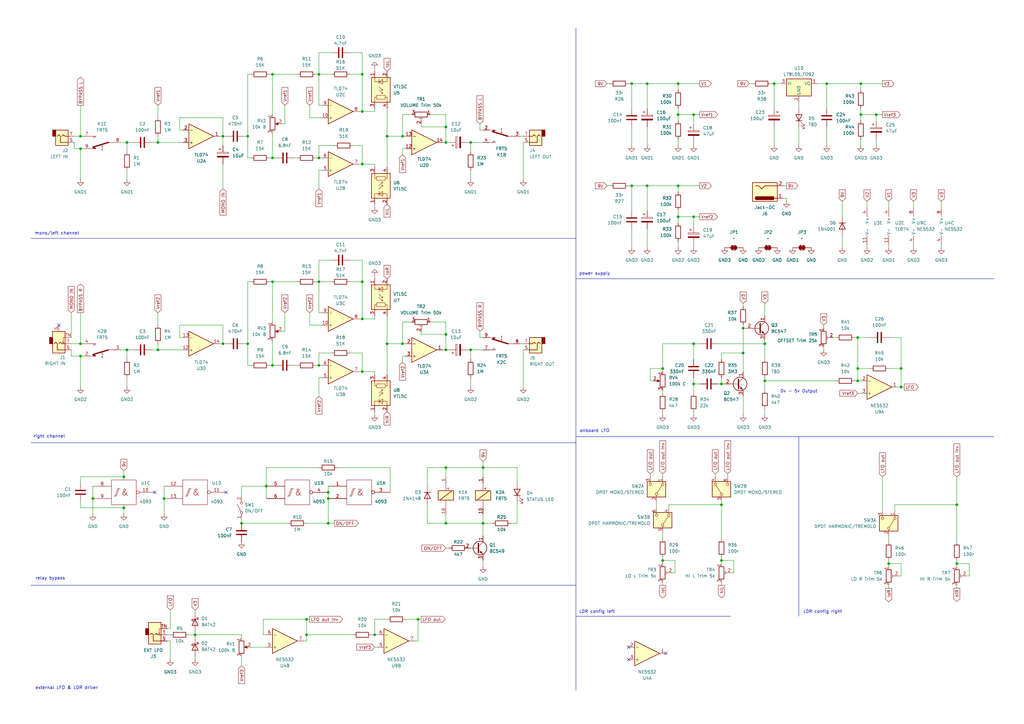
<source format=kicad_sch>
(kicad_sch (version 20250114) (generator "eeschema") (generator_version "9.0")
  (paper "A3")
  (text "onboard LFO\n" (at 237.744 177.546 0) (effects (font (size 1.27 1.27)) (justify left bottom)))
  (text "mono/left channel" (at 14.224 96.52 0) (effects (font (size 1.27 1.27)) (justify left bottom)))
  (text "0v - 5v Output" (at 320.04 161.29 0) (effects (font (size 1.27 1.27)) (justify left bottom)))
  (text "power supply" (at 237.49 113.03 0) (effects (font (size 1.27 1.27)) (justify left bottom)))
  (text "LDR config left" (at 237.49 251.714 0) (effects (font (size 1.27 1.27)) (justify left bottom)))
  (text "right channel" (at 13.716 179.832 0) (effects (font (size 1.27 1.27)) (justify left bottom)))
  (text "external LFO & LDR driver" (at 14.478 282.956 0) (effects (font (size 1.27 1.27)) (justify left bottom)))
  (text "relay bypass" (at 14.478 237.998 0) (effects (font (size 1.27 1.27)) (justify left bottom)))
  (text "LDR config right" (at 329.438 251.714 0) (effects (font (size 1.27 1.27)) (justify left bottom)))
  (junction (at 130.81 30.48))
  (junction (at 91.44 55.88))
  (junction (at 109.22 199.39))
  (junction (at 182.88 214.63))
  (junction (at 351.79 156.21))
  (junction (at 317.5 34.29))
  (junction (at 111.76 30.48))
  (junction (at 198.12 191.77))
  (junction (at 271.78 229.87))
  (junction (at 125.73 254))
  (junction (at 182.88 137.16))
  (junction (at 50.8 195.58))
  (junction (at 134.62 201.93))
  (junction (at 33.02 140.97))
  (junction (at 99.06 214.63))
  (junction (at 182.88 191.77))
  (junction (at 198.12 214.63))
  (junction (at 111.76 149.86))
  (junction (at 313.69 140.97))
  (junction (at 52.07 58.42))
  (junction (at 271.78 151.13))
  (junction (at 171.45 254))
  (junction (at 134.62 204.47))
  (junction (at 91.44 140.97))
  (junction (at 295.91 229.87))
  (junction (at 134.62 214.63))
  (junction (at 148.59 115.57))
  (junction (at 148.59 45.72))
  (junction (at 353.06 46.99))
  (junction (at 64.77 58.42))
  (junction (at 304.8 144.78))
  (junction (at 259.08 34.29))
  (junction (at 265.43 76.2))
  (junction (at 182.88 58.42))
  (junction (at 182.88 143.51))
  (junction (at 111.76 64.77))
  (junction (at 33.02 60.96))
  (junction (at 158.75 140.97))
  (junction (at 259.08 76.2))
  (junction (at 278.13 34.29))
  (junction (at 125.73 260.35))
  (junction (at 50.8 208.28))
  (junction (at 80.01 260.35))
  (junction (at 278.13 46.99))
  (junction (at 153.67 260.35))
  (junction (at 101.6 140.97))
  (junction (at 351.79 151.13))
  (junction (at 158.75 55.88))
  (junction (at 284.48 46.99))
  (junction (at 353.06 34.29))
  (junction (at 130.81 64.77))
  (junction (at 165.1 140.97))
  (junction (at 130.81 149.86))
  (junction (at 38.1 204.47))
  (junction (at 52.07 143.51))
  (junction (at 165.1 55.88))
  (junction (at 265.43 34.29))
  (junction (at 182.88 52.07))
  (junction (at 351.79 138.43))
  (junction (at 369.57 158.75))
  (junction (at 359.41 46.99))
  (junction (at 148.59 152.4))
  (junction (at 369.57 151.13))
  (junction (at 364.49 231.14))
  (junction (at 304.8 134.62))
  (junction (at 193.04 143.51))
  (junction (at 148.59 67.31))
  (junction (at 148.59 30.48))
  (junction (at 148.59 130.81))
  (junction (at 284.48 88.9))
  (junction (at 193.04 58.42))
  (junction (at 392.43 231.14))
  (junction (at 313.69 156.21))
  (junction (at 130.81 115.57))
  (junction (at 284.48 157.48))
  (junction (at 33.02 146.05))
  (junction (at 295.91 207.01))
  (junction (at 278.13 76.2))
  (junction (at 101.6 55.88))
  (junction (at 33.02 55.88))
  (junction (at 339.09 34.29))
  (junction (at 284.48 140.97))
  (junction (at 295.91 157.48))
  (junction (at 111.76 115.57))
  (junction (at 278.13 88.9))
  (junction (at 64.77 143.51))
  (junction (at 392.43 207.01))
  (junction (at 67.31 204.47))
  (no_connect (at 257.81 270.51))
  (no_connect (at 257.81 265.43))
  (no_connect (at 92.71 201.93))
  (no_connect (at 273.05 267.97))
  (no_connect (at 63.5 201.93))
  (no_connect (at 24.13 133.35))
  (wire (pts (xy 148.59 106.68) (xy 143.51 106.68)))
  (wire (pts (xy 73.66 53.34) (xy 74.93 53.34)))
  (wire (pts (xy 212.09 205.74) (xy 212.09 214.63)))
  (wire (pts (xy 153.67 45.72) (xy 153.67 44.45)))
  (wire (pts (xy 152.4 260.35) (xy 153.67 260.35)))
  (wire (pts (xy 109.22 191.77) (xy 109.22 199.39)))
  (wire (pts (xy 209.55 214.63) (xy 212.09 214.63)))
  (wire (pts (xy 147.32 152.4) (xy 148.59 152.4)))
  (wire (pts (xy 198.12 191.77) (xy 212.09 191.77)))
  (wire (pts (xy 278.13 46.99) (xy 278.13 49.53)))
  (wire (pts (xy 107.95 254) (xy 125.73 254)))
  (wire (pts (xy 158.75 140.97) (xy 158.75 153.67)))
  (wire (pts (xy 295.91 205.74) (xy 295.91 207.01)))
  (wire (pts (xy 67.31 199.39) (xy 67.31 204.47)))
  (wire (pts (xy 166.37 146.05) (xy 165.1 146.05)))
  (wire (pts (xy 269.24 205.74) (xy 269.24 208.28)))
  (wire (pts (xy 341.63 138.43) (xy 342.9 138.43)))
  (wire (pts (xy 317.5 52.07) (xy 317.5 59.69)))
  (wire (pts (xy 392.43 240.03) (xy 392.43 241.3)))
  (wire (pts (xy 182.88 58.42) (xy 184.15 58.42)))
  (wire (pts (xy 49.53 58.42) (xy 52.07 58.42)))
  (wire (pts (xy 182.88 191.77) (xy 182.88 195.58)))
  (wire (pts (xy 148.59 21.59) (xy 143.51 21.59)))
  (wire (pts (xy 304.8 124.46) (xy 304.8 125.73)))
  (polyline (pts (xy 236.22 97.79) (xy 12.7 97.79)))
  (wire (pts (xy 214.63 58.42) (xy 214.63 73.66)))
  (wire (pts (xy 284.48 140.97) (xy 287.02 140.97)))
  (wire (pts (xy 130.81 21.59) (xy 135.89 21.59)))
  (wire (pts (xy 165.1 146.05) (xy 165.1 148.59)))
  (wire (pts (xy 130.81 59.69) (xy 137.16 59.69)))
  (wire (pts (xy 175.26 214.63) (xy 175.26 207.01)))
  (wire (pts (xy 69.85 262.89) (xy 69.85 270.51)))
  (wire (pts (xy 99.06 260.35) (xy 99.06 261.62)))
  (wire (pts (xy 271.78 151.13) (xy 271.78 140.97)))
  (wire (pts (xy 397.51 231.14) (xy 397.51 236.22)))
  (wire (pts (xy 182.88 132.08) (xy 182.88 137.16)))
  (wire (pts (xy 147.32 67.31) (xy 148.59 67.31)))
  (wire (pts (xy 153.67 113.03) (xy 153.67 114.3)))
  (wire (pts (xy 127 43.18) (xy 127 48.26)))
  (wire (pts (xy 125.73 260.35) (xy 144.78 260.35)))
  (wire (pts (xy 158.75 129.54) (xy 158.75 140.97)))
  (wire (pts (xy 271.78 238.76) (xy 271.78 240.03)))
  (wire (pts (xy 148.59 115.57) (xy 148.59 106.68)))
  (wire (pts (xy 102.87 115.57) (xy 101.6 115.57)))
  (wire (pts (xy 265.43 76.2) (xy 265.43 86.36)))
  (wire (pts (xy 295.91 207.01) (xy 295.91 220.98)))
  (polyline (pts (xy 236.22 240.03) (xy 12.7 240.03)))
  (wire (pts (xy 111.76 54.61) (xy 111.76 64.77)))
  (wire (pts (xy 266.7 151.13) (xy 271.78 151.13)))
  (wire (pts (xy 274.32 207.01) (xy 274.32 208.28)))
  (wire (pts (xy 109.22 191.77) (xy 130.81 191.77)))
  (wire (pts (xy 166.37 254) (xy 171.45 254)))
  (wire (pts (xy 284.48 168.91) (xy 284.48 170.18)))
  (wire (pts (xy 91.44 55.88) (xy 91.44 59.69)))
  (wire (pts (xy 130.81 64.77) (xy 130.81 59.69)))
  (wire (pts (xy 130.81 30.48) (xy 130.81 21.59)))
  (wire (pts (xy 130.81 43.18) (xy 132.08 43.18)))
  (wire (pts (xy 351.79 138.43) (xy 356.87 138.43)))
  (wire (pts (xy 67.31 204.47) (xy 67.31 210.82)))
  (wire (pts (xy 80.01 269.24) (xy 80.01 270.51)))
  (wire (pts (xy 132.08 69.85) (xy 130.81 69.85)))
  (wire (pts (xy 101.6 55.88) (xy 100.33 55.88)))
  (wire (pts (xy 52.07 69.85) (xy 52.07 73.66)))
  (wire (pts (xy 111.76 30.48) (xy 111.76 46.99)))
  (wire (pts (xy 265.43 34.29) (xy 265.43 44.45)))
  (wire (pts (xy 300.99 234.95) (xy 300.99 229.87)))
  (wire (pts (xy 29.21 128.27) (xy 29.21 138.43)))
  (wire (pts (xy 307.34 34.29) (xy 308.61 34.29)))
  (wire (pts (xy 313.69 154.94) (xy 313.69 156.21)))
  (wire (pts (xy 116.84 128.27) (xy 116.84 135.89)))
  (wire (pts (xy 127 133.35) (xy 132.08 133.35)))
  (wire (pts (xy 317.5 34.29) (xy 317.5 44.45)))
  (wire (pts (xy 153.67 27.94) (xy 153.67 29.21)))
  (wire (pts (xy 68.58 262.89) (xy 69.85 262.89)))
  (wire (pts (xy 73.66 133.35) (xy 91.44 133.35)))
  (wire (pts (xy 33.02 195.58) (xy 50.8 195.58)))
  (wire (pts (xy 30.48 60.96) (xy 33.02 60.96)))
  (wire (pts (xy 284.48 140.97) (xy 284.48 147.32)))
  (wire (pts (xy 350.52 156.21) (xy 351.79 156.21)))
  (wire (pts (xy 284.48 157.48) (xy 284.48 161.29)))
  (wire (pts (xy 284.48 88.9) (xy 287.02 88.9)))
  (wire (pts (xy 166.37 60.96) (xy 165.1 60.96)))
  (wire (pts (xy 364.49 138.43) (xy 369.57 138.43)))
  (wire (pts (xy 321.31 76.2) (xy 322.58 76.2)))
  (wire (pts (xy 257.81 76.2) (xy 259.08 76.2)))
  (wire (pts (xy 182.88 52.07) (xy 182.88 58.42)))
  (wire (pts (xy 129.54 64.77) (xy 130.81 64.77)))
  (wire (pts (xy 313.69 139.7) (xy 313.69 140.97)))
  (wire (pts (xy 271.78 160.02) (xy 271.78 161.29)))
  (wire (pts (xy 130.81 128.27) (xy 132.08 128.27)))
  (wire (pts (xy 278.13 46.99) (xy 284.48 46.99)))
  (wire (pts (xy 101.6 149.86) (xy 101.6 140.97)))
  (wire (pts (xy 172.72 52.07) (xy 182.88 52.07)))
  (wire (pts (xy 38.1 199.39) (xy 38.1 204.47)))
  (wire (pts (xy 198.12 138.43) (xy 196.85 138.43)))
  (wire (pts (xy 158.75 254) (xy 153.67 254)))
  (wire (pts (xy 295.91 229.87) (xy 300.99 229.87)))
  (wire (pts (xy 295.91 238.76) (xy 295.91 240.03)))
  (wire (pts (xy 110.49 149.86) (xy 111.76 149.86)))
  (wire (pts (xy 193.04 143.51) (xy 193.04 147.32)))
  (wire (pts (xy 33.02 195.58) (xy 33.02 198.12)))
  (wire (pts (xy 266.7 194.31) (xy 266.7 195.58)))
  (wire (pts (xy 368.3 236.22) (xy 369.57 236.22)))
  (wire (pts (xy 148.59 144.78) (xy 148.59 152.4)))
  (wire (pts (xy 339.09 34.29) (xy 339.09 44.45)))
  (wire (pts (xy 298.45 194.31) (xy 298.45 195.58)))
  (wire (pts (xy 111.76 115.57) (xy 111.76 132.08)))
  (wire (pts (xy 295.91 228.6) (xy 295.91 229.87)))
  (wire (pts (xy 30.48 58.42) (xy 30.48 60.96)))
  (wire (pts (xy 91.44 133.35) (xy 91.44 140.97)))
  (wire (pts (xy 102.87 149.86) (xy 101.6 149.86)))
  (wire (pts (xy 182.88 214.63) (xy 198.12 214.63)))
  (wire (pts (xy 121.92 64.77) (xy 120.65 64.77)))
  (wire (pts (xy 130.81 30.48) (xy 130.81 43.18)))
  (wire (pts (xy 304.8 134.62) (xy 306.07 134.62)))
  (wire (pts (xy 91.44 48.26) (xy 91.44 55.88)))
  (polyline (pts (xy 299.72 252.73) (xy 236.22 252.73)))
  (wire (pts (xy 64.77 140.97) (xy 64.77 143.51)))
  (wire (pts (xy 113.03 149.86) (xy 111.76 149.86)))
  (wire (pts (xy 278.13 88.9) (xy 278.13 91.44)))
  (wire (pts (xy 68.58 260.35) (xy 69.85 260.35)))
  (wire (pts (xy 284.48 100.33) (xy 284.48 101.6)))
  (wire (pts (xy 144.78 59.69) (xy 148.59 59.69)))
  (wire (pts (xy 369.57 231.14) (xy 364.49 231.14)))
  (wire (pts (xy 351.79 138.43) (xy 351.79 151.13)))
  (wire (pts (xy 168.91 46.99) (xy 165.1 46.99)))
  (wire (pts (xy 77.47 260.35) (xy 80.01 260.35)))
  (wire (pts (xy 54.61 58.42) (xy 52.07 58.42)))
  (wire (pts (xy 265.43 93.98) (xy 265.43 101.6)))
  (wire (pts (xy 353.06 57.15) (xy 353.06 59.69)))
  (wire (pts (xy 80.01 250.19) (xy 80.01 251.46)))
  (wire (pts (xy 313.69 156.21) (xy 342.9 156.21)))
  (wire (pts (xy 90.17 55.88) (xy 91.44 55.88)))
  (wire (pts (xy 153.67 260.35) (xy 154.94 260.35)))
  (wire (pts (xy 321.31 81.28) (xy 322.58 81.28)))
  (wire (pts (xy 284.48 46.99) (xy 287.02 46.99)))
  (wire (pts (xy 337.82 142.24) (xy 337.82 143.51)))
  (wire (pts (xy 271.78 231.14) (xy 271.78 229.87)))
  (wire (pts (xy 49.53 143.51) (xy 52.07 143.51)))
  (wire (pts (xy 134.62 199.39) (xy 134.62 201.93)))
  (wire (pts (xy 299.72 234.95) (xy 300.99 234.95)))
  (wire (pts (xy 259.08 34.29) (xy 265.43 34.29)))
  (wire (pts (xy 304.8 162.56) (xy 304.8 170.18)))
  (wire (pts (xy 130.81 106.68) (xy 135.89 106.68)))
  (wire (pts (xy 295.91 231.14) (xy 295.91 229.87)))
  (wire (pts (xy 392.43 207.01) (xy 392.43 222.25)))
  (wire (pts (xy 171.45 254) (xy 172.72 254)))
  (wire (pts (xy 148.59 130.81) (xy 147.32 130.81)))
  (wire (pts (xy 175.26 191.77) (xy 182.88 191.77)))
  (wire (pts (xy 392.43 229.87) (xy 392.43 231.14)))
  (wire (pts (xy 182.88 191.77) (xy 198.12 191.77)))
  (wire (pts (xy 165.1 140.97) (xy 166.37 140.97)))
  (wire (pts (xy 313.69 156.21) (xy 313.69 160.02)))
  (wire (pts (xy 184.15 224.79) (xy 182.88 224.79)))
  (wire (pts (xy 193.04 58.42) (xy 193.04 62.23)))
  (wire (pts (xy 50.8 195.58) (xy 50.8 196.85)))
  (wire (pts (xy 212.09 191.77) (xy 212.09 198.12)))
  (wire (pts (xy 101.6 30.48) (xy 101.6 55.88)))
  (wire (pts (xy 367.03 207.01) (xy 367.03 209.55)))
  (wire (pts (xy 278.13 34.29) (xy 287.02 34.29)))
  (wire (pts (xy 353.06 46.99) (xy 353.06 49.53)))
  (wire (pts (xy 171.45 262.89) (xy 170.18 262.89)))
  (wire (pts (xy 198.12 229.87) (xy 198.12 232.41)))
  (wire (pts (xy 278.13 99.06) (xy 278.13 101.6)))
  (wire (pts (xy 148.59 130.81) (xy 153.67 130.81)))
  (wire (pts (xy 148.59 130.81) (xy 148.59 115.57)))
  (wire (pts (xy 101.6 115.57) (xy 101.6 140.97)))
  (wire (pts (xy 130.81 30.48) (xy 135.89 30.48)))
  (wire (pts (xy 351.79 156.21) (xy 353.06 156.21)))
  (wire (pts (xy 50.8 208.28) (xy 33.02 208.28)))
  (wire (pts (xy 158.75 55.88) (xy 165.1 55.88)))
  (wire (pts (xy 33.02 55.88) (xy 34.29 55.88)))
  (wire (pts (xy 271.78 152.4) (xy 271.78 151.13)))
  (wire (pts (xy 160.02 191.77) (xy 138.43 191.77)))
  (wire (pts (xy 130.81 154.94) (xy 130.81 162.56)))
  (wire (pts (xy 127 48.26) (xy 132.08 48.26)))
  (wire (pts (xy 327.66 41.91) (xy 327.66 44.45)))
  (wire (pts (xy 364.49 219.71) (xy 364.49 222.25)))
  (wire (pts (xy 52.07 143.51) (xy 52.07 147.32)))
  (wire (pts (xy 102.87 30.48) (xy 101.6 30.48)))
  (wire (pts (xy 271.78 228.6) (xy 271.78 229.87)))
  (wire (pts (xy 29.21 143.51) (xy 29.21 146.05)))
  (wire (pts (xy 132.08 154.94) (xy 130.81 154.94)))
  (wire (pts (xy 374.65 82.55) (xy 374.65 85.09)))
  (wire (pts (xy 110.49 64.77) (xy 111.76 64.77)))
  (wire (pts (xy 29.21 146.05) (xy 33.02 146.05)))
  (wire (pts (xy 33.02 128.27) (xy 33.02 140.97)))
  (wire (pts (xy 191.77 58.42) (xy 193.04 58.42)))
  (wire (pts (xy 50.8 210.82) (xy 50.8 208.28)))
  (wire (pts (xy 33.02 60.96) (xy 33.02 73.66)))
  (wire (pts (xy 99.06 213.36) (xy 99.06 214.63)))
  (wire (pts (xy 153.67 254) (xy 153.67 260.35)))
  (wire (pts (xy 130.81 69.85) (xy 130.81 77.47)))
  (wire (pts (xy 165.1 60.96) (xy 165.1 63.5)))
  (wire (pts (xy 175.26 199.39) (xy 175.26 191.77)))
  (wire (pts (xy 91.44 67.31) (xy 91.44 77.47)))
  (wire (pts (xy 284.48 154.94) (xy 284.48 157.48)))
  (wire (pts (xy 304.8 134.62) (xy 304.8 144.78)))
  (wire (pts (xy 198.12 191.77) (xy 198.12 195.58)))
  (wire (pts (xy 339.09 34.29) (xy 353.06 34.29)))
  (wire (pts (xy 369.57 158.75) (xy 370.84 158.75)))
  (wire (pts (xy 182.88 143.51) (xy 184.15 143.51)))
  (wire (pts (xy 30.48 55.88) (xy 33.02 55.88)))
  (wire (pts (xy 148.59 152.4) (xy 153.67 152.4)))
  (wire (pts (xy 278.13 44.45) (xy 278.13 46.99)))
  (wire (pts (xy 327.66 52.07) (xy 327.66 59.69)))
  (wire (pts (xy 80.01 260.35) (xy 99.06 260.35)))
  (wire (pts (xy 364.49 240.03) (xy 364.49 241.3)))
  (wire (pts (xy 351.79 156.21) (xy 351.79 151.13)))
  (wire (pts (xy 374.65 100.33) (xy 374.65 101.6)))
  (wire (pts (xy 392.43 195.58) (xy 392.43 207.01)))
  (wire (pts (xy 50.8 193.04) (xy 50.8 195.58)))
  (wire (pts (xy 165.1 132.08) (xy 165.1 140.97)))
  (wire (pts (xy 34.29 60.96) (xy 33.02 60.96)))
  (wire (pts (xy 278.13 88.9) (xy 284.48 88.9)))
  (wire (pts (xy 361.95 195.58) (xy 361.95 209.55)))
  (wire (pts (xy 355.6 101.6) (xy 355.6 100.33)))
  (wire (pts (xy 38.1 204.47) (xy 38.1 210.82)))
  (wire (pts (xy 64.77 58.42) (xy 74.93 58.42)))
  (wire (pts (xy 191.77 143.51) (xy 193.04 143.51)))
  (wire (pts (xy 392.43 207.01) (xy 367.03 207.01)))
  (wire (pts (xy 130.81 115.57) (xy 130.81 128.27)))
  (wire (pts (xy 116.84 43.18) (xy 116.84 50.8)))
  (wire (pts (xy 153.67 152.4) (xy 153.67 153.67)))
  (wire (pts (xy 317.5 34.29) (xy 320.04 34.29)))
  (wire (pts (xy 182.88 210.82) (xy 182.88 214.63)))
  (wire (pts (xy 304.8 134.62) (xy 304.8 133.35)))
  (wire (pts (xy 148.59 45.72) (xy 148.59 30.48)))
  (wire (pts (xy 111.76 30.48) (xy 121.92 30.48)))
  (wire (pts (xy 353.06 34.29) (xy 361.95 34.29)))
  (wire (pts (xy 110.49 30.48) (xy 111.76 30.48)))
  (polyline (pts (xy 236.22 181.61) (xy 12.7 181.61)))
  (wire (pts (xy 267.97 156.21) (xy 266.7 156.21)))
  (wire (pts (xy 158.75 55.88) (xy 158.75 68.58)))
  (wire (pts (xy 193.04 143.51) (xy 198.12 143.51)))
  (wire (pts (xy 369.57 138.43) (xy 369.57 151.13)))
  (wire (pts (xy 172.72 52.07) (xy 172.72 50.8)))
  (wire (pts (xy 369.57 231.14) (xy 369.57 236.22)))
  (wire (pts (xy 271.78 218.44) (xy 271.78 220.98)))
  (wire (pts (xy 99.06 199.39) (xy 109.22 199.39)))
  (wire (pts (xy 125.73 214.63) (xy 134.62 214.63)))
  (wire (pts (xy 107.95 254) (xy 107.95 260.35)))
  (wire (pts (xy 52.07 58.42) (xy 52.07 62.23)))
  (wire (pts (xy 265.43 76.2) (xy 278.13 76.2)))
  (wire (pts (xy 259.08 52.07) (xy 259.08 59.69)))
  (wire (pts (xy 359.41 46.99) (xy 353.06 46.99)))
  (wire (pts (xy 125.73 254) (xy 127 254)))
  (wire (pts (xy 368.3 158.75) (xy 369.57 158.75)))
  (wire (pts (xy 337.82 133.35) (xy 337.82 134.62)))
  (wire (pts (xy 111.76 139.7) (xy 111.76 149.86)))
  (wire (pts (xy 153.67 265.43) (xy 154.94 265.43)))
  (wire (pts (xy 193.04 69.85) (xy 193.04 73.66)))
  (wire (pts (xy 121.92 149.86) (xy 120.65 149.86)))
  (wire (pts (xy 182.88 137.16) (xy 182.88 143.51)))
  (wire (pts (xy 73.66 138.43) (xy 73.66 133.35)))
  (wire (pts (xy 304.8 144.78) (xy 304.8 152.4)))
  (wire (pts (xy 64.77 143.51) (xy 74.93 143.51)))
  (wire (pts (xy 54.61 143.51) (xy 52.07 143.51)))
  (wire (pts (xy 397.51 231.14) (xy 392.43 231.14)))
  (wire (pts (xy 351.79 161.29) (xy 353.06 161.29)))
  (wire (pts (xy 284.48 58.42) (xy 284.48 59.69)))
  (wire (pts (xy 214.63 143.51) (xy 214.63 158.75)))
  (wire (pts (xy 33.02 146.05) (xy 33.02 158.75)))
  (wire (pts (xy 172.72 137.16) (xy 172.72 135.89)))
  (wire (pts (xy 143.51 144.78) (xy 148.59 144.78)))
  (wire (pts (xy 33.02 208.28) (xy 33.02 205.74)))
  (wire (pts (xy 134.62 204.47) (xy 134.62 214.63)))
  (wire (pts (xy 265.43 52.07) (xy 265.43 59.69)))
  (wire (pts (xy 182.88 46.99) (xy 182.88 52.07)))
  (wire (pts (xy 364.49 231.14) (xy 364.49 232.41)))
  (wire (pts (xy 165.1 46.99) (xy 165.1 55.88)))
  (wire (pts (xy 339.09 52.07) (xy 339.09 59.69)))
  (wire (pts (xy 130.81 115.57) (xy 130.81 106.68)))
  (wire (pts (xy 64.77 55.88) (xy 64.77 58.42)))
  (wire (pts (xy 276.86 234.95) (xy 276.86 229.87)))
  (wire (pts (xy 271.78 140.97) (xy 284.48 140.97)))
  (wire (pts (xy 80.01 259.08) (xy 80.01 260.35)))
  (wire (pts (xy 130.81 149.86) (xy 130.81 144.78)))
  (wire (pts (xy 196.85 53.34) (xy 196.85 50.8)))
  (wire (pts (xy 250.19 76.2) (xy 248.92 76.2)))
  (wire (pts (xy 345.44 96.52) (xy 345.44 101.6)))
  (wire (pts (xy 386.08 100.33) (xy 386.08 101.6)))
  (wire (pts (xy 278.13 76.2) (xy 287.02 76.2)))
  (wire (pts (xy 143.51 30.48) (xy 148.59 30.48)))
  (wire (pts (xy 64.77 128.27) (xy 64.77 133.35)))
  (wire (pts (xy 359.41 46.99) (xy 361.95 46.99)))
  (wire (pts (xy 345.44 88.9) (xy 345.44 82.55)))
  (wire (pts (xy 364.49 82.55) (xy 364.49 85.09)))
  (wire (pts (xy 158.75 44.45) (xy 158.75 55.88)))
  (wire (pts (xy 313.69 140.97) (xy 313.69 147.32)))
  (wire (pts (xy 259.08 76.2) (xy 265.43 76.2)))
  (wire (pts (xy 271.78 168.91) (xy 271.78 170.18)))
  (wire (pts (xy 182.88 143.51) (xy 181.61 143.51)))
  (wire (pts (xy 111.76 115.57) (xy 121.92 115.57)))
  (wire (pts (xy 313.69 167.64) (xy 313.69 170.18)))
  (wire (pts (xy 259.08 93.98) (xy 259.08 101.6)))
  (wire (pts (xy 130.81 149.86) (xy 132.08 149.86)))
  (wire (pts (xy 137.16 214.63) (xy 134.62 214.63)))
  (wire (pts (xy 109.22 199.39) (xy 109.22 204.47)))
  (wire (pts (xy 191.77 224.79) (xy 190.5 224.79)))
  (wire (pts (xy 34.29 146.05) (xy 33.02 146.05)))
  (wire (pts (xy 130.81 115.57) (xy 135.89 115.57)))
  (wire (pts (xy 295.91 157.48) (xy 294.64 157.48)))
  (wire (pts (xy 259.08 76.2) (xy 259.08 86.36)))
  (wire (pts (xy 33.02 43.18) (xy 33.02 55.88)))
  (wire (pts (xy 198.12 214.63) (xy 201.93 214.63)))
  (wire (pts (xy 198.12 53.34) (xy 196.85 53.34)))
  (wire (pts (xy 130.81 64.77) (xy 132.08 64.77)))
  (polyline (pts (xy 407.67 114.3) (xy 236.22 114.3)))
  (wire (pts (xy 134.62 201.93) (xy 134.62 204.47)))
  (wire (pts (xy 198.12 214.63) (xy 198.12 210.82)))
  (wire (pts (xy 99.06 199.39) (xy 99.06 203.2)))
  (wire (pts (xy 101.6 140.97) (xy 100.33 140.97)))
  (wire (pts (xy 266.7 156.21) (xy 266.7 151.13)))
  (wire (pts (xy 110.49 115.57) (xy 111.76 115.57)))
  (wire (pts (xy 196.85 138.43) (xy 196.85 135.89)))
  (wire (pts (xy 125.73 260.35) (xy 125.73 262.89)))
  (wire (pts (xy 64.77 43.18) (xy 64.77 48.26)))
  (wire (pts (xy 148.59 30.48) (xy 148.59 21.59)))
  (wire (pts (xy 148.59 45.72) (xy 147.32 45.72)))
  (wire (pts (xy 113.03 64.77) (xy 111.76 64.77)))
  (wire (pts (xy 127 128.27) (xy 127 133.35)))
  (polyline (pts (xy 407.67 179.07) (xy 236.22 179.07)))
  (wire (pts (xy 130.81 144.78) (xy 135.89 144.78)))
  (wire (pts (xy 129.54 115.57) (xy 130.81 115.57)))
  (wire (pts (xy 116.84 135.89) (xy 115.57 135.89)))
  (wire (pts (xy 322.58 81.28) (xy 322.58 82.55)))
  (wire (pts (xy 91.44 55.88) (xy 92.71 55.88)))
  (wire (pts (xy 160.02 201.93) (xy 160.02 191.77)))
  (wire (pts (xy 359.41 49.53) (xy 359.41 46.99)))
  (wire (pts (xy 50.8 208.28) (xy 50.8 207.01)))
  (wire (pts (xy 293.37 195.58) (xy 293.37 194.31)))
  (wire (pts (xy 278.13 78.74) (xy 278.13 76.2)))
  (wire (pts (xy 168.91 132.08) (xy 165.1 132.08)))
  (wire (pts (xy 153.67 168.91) (xy 153.67 170.18)))
  (wire (pts (xy 313.69 129.54) (xy 313.69 124.46)))
  (wire (pts (xy 129.54 149.86) (xy 130.81 149.86)))
  (wire (pts (xy 295.91 144.78) (xy 304.8 144.78)))
  (wire (pts (xy 353.06 34.29) (xy 353.06 36.83)))
  (wire (pts (xy 125.73 262.89) (xy 124.46 262.89)))
  (wire (pts (xy 259.08 34.29) (xy 259.08 44.45)))
  (wire (pts (xy 52.07 154.94) (xy 52.07 158.75)))
  (wire (pts (xy 271.78 229.87) (xy 276.86 229.87)))
  (wire (pts (xy 369.57 151.13) (xy 364.49 151.13)))
  (wire (pts (xy 125.73 254) (xy 125.73 260.35)))
  (wire (pts (xy 284.48 46.99) (xy 284.48 50.8)))
  (wire (pts (xy 198.12 189.23) (xy 198.12 191.77)))
  (wire (pts (xy 73.66 138.43) (xy 74.93 138.43)))
  (wire (pts (xy 295.91 144.78) (xy 295.91 147.32)))
  (wire (pts (xy 198.12 214.63) (xy 198.12 219.71)))
  (wire (pts (xy 278.13 86.36) (xy 278.13 88.9)))
  (wire (pts (xy 353.06 44.45) (xy 353.06 46.99)))
  (wire (pts (xy 316.23 34.29) (xy 317.5 34.29)))
  (wire (pts (xy 213.36 55.88) (xy 214.63 55.88)))
  (wire (pts (xy 176.53 46.99) (xy 182.88 46.99)))
  (wire (pts (xy 69.85 250.19) (xy 69.85 257.81)))
  (wire (pts (xy 278.13 36.83) (xy 278.13 34.29)))
  (wire (pts (xy 148.59 59.69) (xy 148.59 67.31)))
  (wire (pts (xy 175.26 214.63) (xy 182.88 214.63)))
  (wire (pts (xy 392.43 231.14) (xy 392.43 232.41)))
  (wire (pts (xy 351.79 138.43) (xy 350.52 138.43)))
  (wire (pts (xy 335.28 34.29) (xy 339.09 34.29)))
  (wire (pts (xy 386.08 82.55) (xy 386.08 85.09)))
  (wire (pts (xy 369.57 158.75) (xy 369.57 151.13)))
  (wire (pts (xy 80.01 260.35) (xy 80.01 261.62)))
  (wire (pts (xy 101.6 64.77) (xy 101.6 55.88)))
  (wire (pts (xy 29.21 140.97) (xy 33.02 140.97)))
  (wire (pts (xy 250.19 34.29) (xy 248.92 34.29)))
  (wire (pts (xy 171.45 254) (xy 171.45 262.89)))
  (wire (pts (xy 129.54 30.48) (xy 130.81 30.48)))
  (wire (pts (xy 102.87 64.77) (xy 101.6 64.77)))
  (wire (pts (xy 193.04 58.42) (xy 198.12 58.42)))
  (wire (pts (xy 355.6 82.55) (xy 355.6 85.09)))
  (wire (pts (xy 351.79 151.13) (xy 356.87 151.13)))
  (wire (pts (xy 99.06 273.05) (xy 99.06 269.24)))
  (polyline (pts (xy 236.22 11.43) (xy 236.22 283.21)))
  (wire (pts (xy 107.95 260.35) (xy 109.22 260.35)))
  (wire (pts (xy 90.17 140.97) (xy 91.44 140.97)))
  (wire (pts (xy 64.77 143.51) (xy 62.23 143.51)))
  (wire (pts (xy 69.85 257.81) (xy 68.58 257.81)))
  (wire (pts (xy 176.53 132.08) (xy 182.88 132.08)))
  (wire (pts (xy 284.48 88.9) (xy 284.48 92.71)))
  (wire (pts (xy 193.04 154.94) (xy 193.04 158.75)))
  (wire (pts (xy 297.18 157.48) (xy 295.91 157.48)))
  (wire (pts (xy 359.41 57.15) (xy 359.41 59.69)))
  (wire (pts (xy 265.43 34.29) (xy 278.13 34.29)))
  (wire (pts (xy 91.44 140.97) (xy 92.71 140.97)))
  (wire (pts (xy 64.77 58.42) (xy 62.23 58.42)))
  (wire (pts (xy 153.67 67.31) (xy 153.67 68.58)))
  (wire (pts (xy 364.49 101.6) (xy 364.49 100.33)))
  (wire (pts (xy 99.06 214.63) (xy 118.11 214.63)))
  (wire (pts (xy 295.91 207.01) (xy 274.32 207.01)))
  (wire (pts (xy 148.59 45.72) (xy 153.67 45.72)))
  (wire (pts (xy 158.75 140.97) (xy 165.1 140.97)))
  (wire (pts (xy 165.1 55.88) (xy 166.37 55.88)))
  (wire (pts (xy 73.66 53.34) (xy 73.66 48.26)))
  (wire (pts (xy 153.67 85.09) (xy 153.67 83.82)))
  (wire (pts (xy 396.24 236.22) (xy 397.51 236.22)))
  (wire (pts (xy 102.87 265.43) (xy 109.22 265.43)))
  (wire (pts (xy 148.59 67.31) (xy 153.67 67.31)))
  (polyline (pts (xy 327.66 179.07) (xy 327.66 252.73)))
  (wire (pts (xy 143.51 115.57) (xy 148.59 115.57)))
  (wire (pts (xy 182.88 58.42) (xy 181.61 58.42)))
  (wire (pts (xy 294.64 140.97) (xy 313.69 140.97)))
  (wire (pts (xy 153.67 130.81) (xy 153.67 129.54)))
  (wire (pts (xy 271.78 194.31) (xy 271.78 195.58)))
  (wire (pts (xy 33.02 140.97) (xy 34.29 140.97)))
  (wire (pts (xy 257.81 34.29) (xy 259.08 34.29)))
  (wire (pts (xy 295.91 154.94) (xy 295.91 157.48)))
  (wire (pts (xy 287.02 157.48) (xy 284.48 157.48)))
  (wire (pts (xy 278.13 57.15) (xy 278.13 59.69)))
  (wire (pts (xy 275.59 234.95) (xy 276.86 234.95)))
  (wire (pts (xy 116.84 50.8) (xy 115.57 50.8)))
  (wire (pts (xy 172.72 137.16) (xy 182.88 137.16)))
  (wire (pts (xy 213.36 140.97) (xy 214.63 140.97)))
  (wire (pts (xy 364.49 229.87) (xy 364.49 231.14)))
  (wire (pts (xy 73.66 48.26) (xy 91.44 48.26)))
  (global_label "LFO out" (shape input) (at 293.37 194.31 90) (property "Intersheetrefs" "${INTERSHEET_REFS}" (effects (hide yes))))
  (global_label "9V" (shape input) (at 248.92 34.29 180) (property "Intersheetrefs" "${INTERSHEET_REFS}" (effects (hide yes))))
  (global_label "V3" (shape input) (at 374.65 82.55 90) (property "Intersheetrefs" "${INTERSHEET_REFS}" (effects (hide yes))))
  (global_label "BYPASS L" (shape output) (at 33.02 43.18 90) (property "Intersheetrefs" "${INTERSHEET_REFS}" (effects (hide yes))))
  (global_label "9V" (shape input) (at 248.92 76.2 180) (property "Intersheetrefs" "${INTERSHEET_REFS}" (effects (hide yes))))
  (global_label "V3" (shape input) (at 313.69 124.46 90) (property "Intersheetrefs" "${INTERSHEET_REFS}" (effects (hide yes))))
  (global_label "LFO out" (shape output) (at 172.72 254 0) (property "Intersheetrefs" "${INTERSHEET_REFS}" (effects (hide yes))))
  (global_label "V1" (shape input) (at 364.49 82.55 90) (property "Intersheetrefs" "${INTERSHEET_REFS}" (effects (hide yes))))
  (global_label "V3" (shape output) (at 361.95 34.29 0) (property "Intersheetrefs" "${INTERSHEET_REFS}" (effects (hide yes))))
  (global_label "V2" (shape output) (at 287.02 76.2 0) (property "Intersheetrefs" "${INTERSHEET_REFS}" (effects (hide yes))))
  (global_label "loL" (shape output) (at 271.78 240.03 270) (property "Intersheetrefs" "${INTERSHEET_REFS}" (effects (hide yes))))
  (global_label "Vref2" (shape input) (at 64.77 128.27 90) (property "Intersheetrefs" "${INTERSHEET_REFS}" (effects (hide yes))))
  (global_label "loR" (shape output) (at 364.49 241.3 270) (property "Intersheetrefs" "${INTERSHEET_REFS}" (effects (hide yes))))
  (global_label "Vref1" (shape output) (at 287.02 46.99 0) (property "Intersheetrefs" "${INTERSHEET_REFS}" (effects (hide yes))))
  (global_label "Vref2" (shape input) (at 130.81 162.56 270) (property "Intersheetrefs" "${INTERSHEET_REFS}" (effects (hide yes))))
  (global_label "hiL" (shape input) (at 158.75 83.82 270) (property "Intersheetrefs" "${INTERSHEET_REFS}" (effects (hide yes))))
  (global_label "Vref2" (shape input) (at 116.84 128.27 90) (property "Intersheetrefs" "${INTERSHEET_REFS}" (effects (hide yes))))
  (global_label "Vref1" (shape input) (at 165.1 63.5 270) (property "Intersheetrefs" "${INTERSHEET_REFS}" (effects (hide yes))))
  (global_label "LFO" (shape input) (at 69.85 250.19 90) (property "Intersheetrefs" "${INTERSHEET_REFS}" (effects (hide yes))))
  (global_label "Vref1" (shape input) (at 116.84 43.18 90) (property "Intersheetrefs" "${INTERSHEET_REFS}" (effects (hide yes))))
  (global_label "BYPASS R" (shape output) (at 33.02 128.27 90) (property "Intersheetrefs" "${INTERSHEET_REFS}" (effects (hide yes))))
  (global_label "Vref2" (shape output) (at 287.02 88.9 0) (property "Intersheetrefs" "${INTERSHEET_REFS}" (effects (hide yes))))
  (global_label "V3" (shape input) (at 386.08 82.55 90) (property "Intersheetrefs" "${INTERSHEET_REFS}" (effects (hide yes))))
  (global_label "Vref1" (shape input) (at 64.77 43.18 90) (property "Intersheetrefs" "${INTERSHEET_REFS}" (effects (hide yes))))
  (global_label "V1" (shape output) (at 287.02 34.29 0) (property "Intersheetrefs" "${INTERSHEET_REFS}" (effects (hide yes))))
  (global_label "9V" (shape input) (at 198.12 189.23 90) (property "Intersheetrefs" "${INTERSHEET_REFS}" (effects (hide yes))))
  (global_label "hiL" (shape output) (at 295.91 240.03 270) (property "Intersheetrefs" "${INTERSHEET_REFS}" (effects (hide yes))))
  (global_label "9V" (shape input) (at 345.44 82.55 90) (property "Intersheetrefs" "${INTERSHEET_REFS}" (effects (hide yes))))
  (global_label "Vref3" (shape output) (at 361.95 46.99 0) (property "Intersheetrefs" "${INTERSHEET_REFS}" (effects (hide yes))))
  (global_label "loR" (shape input) (at 158.75 114.3 90) (property "Intersheetrefs" "${INTERSHEET_REFS}" (effects (hide yes))))
  (global_label "LFO out inv" (shape input) (at 392.43 195.58 90) (property "Intersheetrefs" "${INTERSHEET_REFS}" (effects (hide yes))))
  (global_label "V2" (shape input) (at 355.6 82.55 90) (property "Intersheetrefs" "${INTERSHEET_REFS}" (effects (hide yes))))
  (global_label "Vref3" (shape input) (at 351.79 161.29 180) (property "Intersheetrefs" "${INTERSHEET_REFS}" (effects (hide yes))))
  (global_label "Vref2" (shape input) (at 165.1 148.59 270) (property "Intersheetrefs" "${INTERSHEET_REFS}" (effects (hide yes))))
  (global_label "BYPASS L" (shape input) (at 196.85 50.8 90) (property "Intersheetrefs" "${INTERSHEET_REFS}" (effects (hide yes))))
  (global_label "LFO out inv" (shape output) (at 127 254 0) (property "Intersheetrefs" "${INTERSHEET_REFS}" (effects (hide yes))))
  (global_label "BYPASS R" (shape input) (at 196.85 135.89 90) (property "Intersheetrefs" "${INTERSHEET_REFS}" (effects (hide yes))))
  (global_label "hiR" (shape output) (at 392.43 241.3 270) (property "Intersheetrefs" "${INTERSHEET_REFS}" (effects (hide yes))))
  (global_label "9V" (shape input) (at 307.34 34.29 180) (property "Intersheetrefs" "${INTERSHEET_REFS}" (effects (hide yes))))
  (global_label "Vref2" (shape input) (at 127 128.27 90) (property "Intersheetrefs" "${INTERSHEET_REFS}" (effects (hide yes))))
  (global_label "ON{slash}OFF" (shape input) (at 182.88 224.79 180) (property "Intersheetrefs" "${INTERSHEET_REFS}" (effects (hide yes))))
  (global_label "9V" (shape input) (at 50.8 193.04 90) (property "Intersheetrefs" "${INTERSHEET_REFS}" (effects (hide yes))))
  (global_label "9V" (shape output) (at 322.58 76.2 0) (property "Intersheetrefs" "${INTERSHEET_REFS}" (effects (hide yes))))
  (global_label "V3" (shape input) (at 337.82 133.35 90) (property "Intersheetrefs" "${INTERSHEET_REFS}" (effects (hide yes))))
  (global_label "LFO out inv" (shape input) (at 298.45 194.31 90) (property "Intersheetrefs" "${INTERSHEET_REFS}" (effects (hide yes))))
  (global_label "ON{slash}OFF" (shape output) (at 137.16 214.63 0) (property "Intersheetrefs" "${INTERSHEET_REFS}" (effects (hide yes))))
  (global_label "V3" (shape input) (at 80.01 250.19 90) (property "Intersheetrefs" "${INTERSHEET_REFS}" (effects (hide yes))))
  (global_label "LFO out inv" (shape input) (at 271.78 194.31 90) (property "Intersheetrefs" "${INTERSHEET_REFS}" (effects (hide yes))))
  (global_label "V3" (shape input) (at 304.8 124.46 90) (property "Intersheetrefs" "${INTERSHEET_REFS}" (effects (hide yes))))
  (global_label "MONO IN" (shape input) (at 91.44 77.47 270) (property "Intersheetrefs" "${INTERSHEET_REFS}" (effects (hide yes))))
  (global_label "MONO IN" (shape input) (at 29.21 128.27 90) (property "Intersheetrefs" "${INTERSHEET_REFS}" (effects (hide yes))))
  (global_label "hiR" (shape input) (at 158.75 168.91 270) (property "Intersheetrefs" "${INTERSHEET_REFS}" (effects (hide yes))))
  (global_label "Vref3" (shape input) (at 99.06 273.05 270) (property "Intersheetrefs" "${INTERSHEET_REFS}" (effects (hide yes))))
  (global_label "LFO" (shape output) (at 370.84 158.75 0) (property "Intersheetrefs" "${INTERSHEET_REFS}" (effects (hide yes))))
  (global_label "loL" (shape input) (at 158.75 29.21 90) (property "Intersheetrefs" "${INTERSHEET_REFS}" (effects (hide yes))))
  (global_label "LFO out" (shape input) (at 361.95 195.58 90) (property "Intersheetrefs" "${INTERSHEET_REFS}" (effects (hide yes))))
  (global_label "Vref1" (shape input) (at 127 43.18 90) (property "Intersheetrefs" "${INTERSHEET_REFS}" (effects (hide yes))))
  (global_label "Vref3" (shape input) (at 153.67 265.43 180) (property "Intersheetrefs" "${INTERSHEET_REFS}" (effects (hide yes))))
  (global_label "LFO out" (shape input) (at 266.7 194.31 90) (property "Intersheetrefs" "${INTERSHEET_REFS}" (effects (hide yes))))
  (global_label "Vref1" (shape input) (at 130.81 77.47 270) (property "Intersheetrefs" "${INTERSHEET_REFS}" (effects (hide yes))))
  (symbol (lib_id "Device:C_Polarized") (at 284.48 96.52 0) (unit 1)
    (property "Reference" "C19" (at 288.29 94.3609 0) (effects (justify left)))
    (property "Value" "47uF" (at 288.29 96.9009 0) (effects (justify left)))
    (property "Footprint" "Capacitor_THT:C_Radial_D5.0mm_H11.0mm_P2.00mm" (effects (hide yes)))
    (property "Description" "Polarized capacitor" (effects (hide yes)))
  )
  (symbol (lib_id "power:GND") (at 214.63 158.75 0) (unit 1)
    (property "Reference" "#PWR019" (effects (hide yes)))
    (property "Value" "GND2" (at 214.63 163.83 0))
    (property "Description" "Power symbol creates a global label with name \"GND\" , ground" (effects (hide yes)))
  )
  (symbol (lib_id "Diode:1N4148") (at 175.26 203.2 90) (mirror x) (unit 1)
    (property "Reference" "D3" (at 172.72 201.9299 90) (effects (justify left)))
    (property "Value" "1N4148" (at 172.72 204.4699 90) (effects (justify left)))
    (property "Footprint" "Diode_THT:D_DO-35_SOD27_P7.62mm_Horizontal" (effects (hide yes)))
    (property "Datasheet" "https://assets.nexperia.com/documents/data-sheet/1N4148_1N4448.pdf" (effects (hide yes)))
    (property "Description" "100V 0.15A standard switching diode, DO-35" (effects (hide yes)))
    (property "Sim.Device" "D" (effects (hide yes)))
    (property "Sim.Pins" "1=K 2=A" (effects (hide yes)))
  )
  (symbol (lib_id "power:GND") (at 33.02 158.75 0) (unit 1)
    (property "Reference" "#PWR02" (effects (hide yes)))
    (property "Value" "GND2" (at 33.02 163.83 0))
    (property "Description" "Power symbol creates a global label with name \"GND\" , ground" (effects (hide yes)))
  )
  (symbol (lib_id "Device:R") (at 125.73 30.48 90) (unit 1)
    (property "Reference" "R11" (at 125.73 24.13 90))
    (property "Value" "15K" (at 125.73 26.67 90))
    (property "Footprint" "Resistor_THT:R_Axial_DIN0207_L6.3mm_D2.5mm_P7.62mm_Horizontal" (effects (hide yes)))
    (property "Description" "Resistor" (effects (hide yes)))
  )
  (symbol (lib_id "Switch:SW_DPDT_x2") (at 364.49 214.63 270) (mirror x) (unit 1)
    (property "Reference" "SW3" (at 359.41 213.3599 90) (effects (justify right)))
    (property "Value" "DPDT HARMONIC/TREMOLO" (at 359.41 215.8999 90) (effects (justify right)))
    (property "Footprint" "switches:DPDT" (effects (hide yes)))
    (property "Description" "Switch, dual pole double throw, separate symbols" (effects (hide yes)))
  )
  (symbol (lib_id "Relay:FRT5_separated") (at 205.74 140.97 90) (mirror x) (unit 3)
    (property "Reference" "K2" (at 205.74 148.59 90))
    (property "Value" "FRT5" (at 205.74 146.05 90))
    (property "Footprint" "Relay_THT:Relay_DPDT_FRT5" (effects (hide yes)))
    (property "Datasheet" "https://www.elpro.org/de/index.php?controller=attachment&id_attachment=8663" (effects (hide yes)))
    (property "Description" "FORWARD INDUSTRIAL, Miniature Dual Pole Relay, DIP-like package, separate subsymbols" (effects (hide yes)))
  )
  (symbol (lib_id "power:GND3") (at 359.41 59.69 0) (unit 1)
    (property "Reference" "#PWR044" (effects (hide yes)))
    (property "Value" "GND3" (at 359.41 64.77 0))
    (property "Description" "Power symbol creates a global label with name \"GND3\" , ground" (effects (hide yes)))
  )
  (symbol (lib_id "power:GND") (at 304.8 101.6 0) (unit 1)
    (property "Reference" "#PWR049" (effects (hide yes)))
    (property "Value" "GND" (at 304.8 106.68 0))
    (property "Description" "Power symbol creates a global label with name \"GND\" , ground" (effects (hide yes)))
  )
  (symbol (lib_id "power:GND3") (at 69.85 270.51 0) (mirror y) (unit 1)
    (property "Reference" "#PWR08" (effects (hide yes)))
    (property "Value" "GND3" (at 69.85 275.59 0))
    (property "Description" "Power symbol creates a global label with name \"GND3\" , ground" (effects (hide yes)))
  )
  (symbol (lib_id "Relay:FRT5_separated") (at 182.88 203.2 0) (unit 1)
    (property "Reference" "K1" (at 187.96 201.9299 0) (effects (justify left)))
    (property "Value" "FRT5" (at 187.96 204.4699 0) (effects (justify left)))
    (property "Footprint" "Relay_THT:Relay_DPDT_FRT5" (effects (hide yes)))
    (property "Datasheet" "https://www.elpro.org/de/index.php?controller=attachment&id_attachment=8663" (effects (hide yes)))
    (property "Description" "FORWARD INDUSTRIAL, Miniature Dual Pole Relay, DIP-like package, separate subsymbols" (effects (hide yes)))
  )
  (symbol (lib_id "Switch:SW_SPST") (at 99.06 208.28 90) (unit 1)
    (property "Reference" "SW1" (at 100.33 207.0099 90) (effects (justify right)))
    (property "Value" "ON/OFF" (at 100.33 209.5499 90) (effects (justify right)))
    (property "Footprint" "switches:SPST" (effects (hide yes)))
    (property "Description" "Single Pole Single Throw (SPST) switch" (effects (hide yes)))
  )
  (symbol (lib_id "Amplifier_Operational:TL074") (at 173.99 143.51 0) (mirror x) (unit 1)
    (property "Reference" "U3" (at 173.99 152.654 0))
    (property "Value" "TL074" (at 173.99 150.114 0))
    (property "Footprint" "Package_DIP:CERDIP-14_W7.62mm_SideBrazed_LongPads_Socket" (effects (hide yes)))
    (property "Datasheet" "http://www.ti.com/lit/ds/symlink/tl071.pdf" (effects (hide yes)))
    (property "Description" "Quad Low-Noise JFET-Input Operational Amplifiers, DIP-14/SOIC-14" (effects (hide yes)))
  )
  (symbol (lib_id "power:GND1") (at 99.06 222.25 0) (unit 1)
    (property "Reference" "#PWR010" (effects (hide yes)))
    (property "Value" "GND" (at 99.06 227.33 0))
  )
  (symbol (lib_id "Device:R") (at 304.8 129.54 0) (mirror y) (unit 1)
    (property "Reference" "R37" (at 302.26 128.2699 0) (effects (justify left)))
    (property "Value" "10k" (at 302.26 130.8099 0) (effects (justify left)))
    (property "Footprint" "Resistor_THT:R_Axial_DIN0207_L6.3mm_D2.5mm_P7.62mm_Horizontal" (effects (hide yes)))
    (property "Description" "Resistor" (effects (hide yes)))
  )
  (symbol (lib_id "Regulator_Linear:L78L05_TO92") (at 327.66 34.29 0) (unit 1)
    (property "Reference" "U10" (at 327.66 27.94 0))
    (property "Value" "L78L05_TO92" (at 327.66 30.48 0))
    (property "Footprint" "Package_TO_SOT_THT:TO-92_Inline" (effects (hide yes)))
    (property "Datasheet" "http://www.st.com/content/ccc/resource/technical/document/datasheet/15/55/e5/aa/23/5b/43/fd/CD00000446.pdf/files/CD00000446.pdf/jcr:content/translations/en.CD00000446.pdf" (effects (hide yes)))
    (property "Description" "Positive 100mA 30V Linear Regulator, Fixed Output 5V, TO-92" (effects (hide yes)))
  )
  (symbol (lib_id "Device:R") (at 360.68 151.13 270) (unit 1)
    (property "Reference" "R45" (at 360.68 144.78 90))
    (property "Value" "10k" (at 360.68 147.32 90))
    (property "Footprint" "Resistor_THT:R_Axial_DIN0207_L6.3mm_D2.5mm_P7.62mm_Horizontal" (effects (hide yes)))
    (property "Description" "Resistor" (effects (hide yes)))
  )
  (symbol (lib_id "Isolator:VTL5C") (at 156.21 36.83 90) (mirror x) (unit 1)
    (property "Reference" "U5" (at 161.29 38.1001 90) (effects (justify right)))
    (property "Value" "VTL5C" (at 161.29 35.5601 90) (effects (justify right)))
    (property "Footprint" "OptoDevice:PerkinElmer_VTL5C" (effects (hide yes)))
    (property "Datasheet" "http://www.qsl.net/wa1ion/vactrol/vactrol.pdf" (effects (hide yes)))
    (property "Description" "Low Cost Axial Vactrols" (effects (hide yes)))
  )
  (symbol (lib_id "Amplifier_Operational:NE5532") (at 377.19 92.71 0) (unit 3)
    (property "Reference" "U9" (at 375.92 91.4399 0) (effects (justify left)))
    (property "Value" "NE5532" (at 375.92 93.9799 0) (effects (justify left)))
    (property "Footprint" "Package_DIP:DIP-8_W7.62mm_Socket_LongPads" (effects (hide yes)))
    (property "Datasheet" "http://www.ti.com/lit/ds/symlink/ne5532.pdf" (effects (hide yes)))
    (property "Description" "Dual Low-Noise Operational Amplifiers, DIP-8/SOIC-8" (effects (hide yes)))
  )
  (symbol (lib_id "power:GND3") (at 304.8 170.18 0) (mirror y) (unit 1)
    (property "Reference" "#PWR030" (effects (hide yes)))
    (property "Value" "GND3" (at 304.8 175.26 0))
    (property "Description" "Power symbol creates a global label with name \"GND3\" , ground" (effects (hide yes)))
  )
  (symbol (lib_id "power:GND3") (at 297.18 101.6 0) (unit 1)
    (property "Reference" "#PWR031" (effects (hide yes)))
    (property "Value" "GND3" (at 297.18 106.68 0))
    (property "Description" "Power symbol creates a global label with name \"GND3\" , ground" (effects (hide yes)))
  )
  (symbol (lib_id "Device:R") (at 193.04 151.13 0) (unit 1)
    (property "Reference" "R24" (at 195.58 149.8599 0) (effects (justify left)))
    (property "Value" "1M" (at 195.58 152.3999 0) (effects (justify left)))
    (property "Footprint" "Resistor_THT:R_Axial_DIN0207_L6.3mm_D2.5mm_P7.62mm_Horizontal" (effects (hide yes)))
    (property "Description" "Resistor" (effects (hide yes)))
  )
  (symbol (lib_id "Device:R") (at 187.96 224.79 90) (unit 1)
    (property "Reference" "R22" (at 187.96 222.25 90))
    (property "Value" "4k7" (at 187.96 227.33 90))
    (property "Footprint" "Resistor_THT:R_Axial_DIN0207_L6.3mm_D2.5mm_P7.62mm_Horizontal" (effects (hide yes)))
  )
  (symbol (lib_id "power:GND3") (at 153.67 170.18 0) (mirror y) (unit 1)
    (property "Reference" "#PWR014" (effects (hide yes)))
    (property "Value" "GND3" (at 153.67 175.26 0))
    (property "Description" "Power symbol creates a global label with name \"GND3\" , ground" (effects (hide yes)))
  )
  (symbol (lib_id "power:GND") (at 214.63 73.66 0) (unit 1)
    (property "Reference" "#PWR018" (effects (hide yes)))
    (property "Value" "GND1" (at 214.63 78.74 0))
    (property "Description" "Power symbol creates a global label with name \"GND\" , ground" (effects (hide yes)))
  )
  (symbol (lib_id "Device:R") (at 148.59 260.35 270) (unit 1)
    (property "Reference" "R20" (at 148.59 254 90))
    (property "Value" "10k" (at 148.59 256.54 90))
    (property "Footprint" "Resistor_THT:R_Axial_DIN0207_L6.3mm_D2.5mm_P7.62mm_Horizontal" (effects (hide yes)))
    (property "Description" "Resistor" (effects (hide yes)))
  )
  (symbol (lib_id "Connector_Audio:NJ2FD-V") (at 219.71 55.88 180) (unit 1)
    (property "Reference" "J4" (at 217.17 61.722 0) (effects (justify right)))
    (property "Value" "LEFT OUT" (at 217.17 64.262 0) (effects (justify right)))
    (property "Footprint" "jacks:TWO_PADS" (effects (hide yes)))
    (property "Datasheet" "https://www.neutrik.com/en/product/nj2fd-v" (effects (hide yes)))
    (property "Description" "6.35mm (1/4 in) Vertical Jack, Non-switching mono jack (T/S)" (effects (hide yes)))
  )
  (symbol (lib_id "Amplifier_Operational:TL074") (at 82.55 55.88 0) (mirror x) (unit 1)
    (property "Reference" "U2" (at 82.55 66.04 0))
    (property "Value" "TL074" (at 82.55 63.5 0))
    (property "Footprint" "Package_DIP:CERDIP-14_W7.62mm_SideBrazed_LongPads_Socket" (effects (hide yes)))
    (property "Datasheet" "http://www.ti.com/lit/ds/symlink/tl071.pdf" (effects (hide yes)))
    (property "Description" "Quad Low-Noise JFET-Input Operational Amplifiers, DIP-14/SOIC-14" (effects (hide yes)))
  )
  (symbol (lib_id "power:GND") (at 332.74 101.6 0) (unit 1)
    (property "Reference" "#PWR038" (effects (hide yes)))
    (property "Value" "GND" (at 332.74 106.68 0))
    (property "Description" "Power symbol creates a global label with name \"GND\" , ground" (effects (hide yes)))
  )
  (symbol (lib_id "power:GND") (at 284.48 59.69 0) (unit 1)
    (property "Reference" "#PWR027" (effects (hide yes)))
    (property "Value" "GND1" (at 284.48 64.77 0))
    (property "Description" "Power symbol creates a global label with name \"GND\" , ground" (effects (hide yes)))
  )
  (symbol (lib_id "power:GND") (at 259.08 101.6 0) (unit 1)
    (property "Reference" "#PWR021" (effects (hide yes)))
    (property "Value" "GND2" (at 259.08 106.68 0))
    (property "Description" "Power symbol creates a global label with name \"GND\" , ground" (effects (hide yes)))
  )
  (symbol (lib_id "Device:R") (at 392.43 226.06 0) (unit 1)
    (property "Reference" "R47" (at 394.97 224.7899 0) (effects (justify left)))
    (property "Value" "100r" (at 394.97 227.3299 0) (effects (justify left)))
    (property "Footprint" "Resistor_THT:R_Axial_DIN0207_L6.3mm_D2.5mm_P7.62mm_Horizontal" (effects (hide yes)))
    (property "Description" "Resistor" (effects (hide yes)))
  )
  (symbol (lib_id "Device:C") (at 259.08 90.17 0) (mirror x) (unit 1)
    (property "Reference" "C15" (at 255.27 88.8999 0) (effects (justify right)))
    (property "Value" "100nF" (at 255.27 91.4399 0) (effects (justify right)))
    (property "Footprint" "Capacitor_THT:C_Rect_L4.6mm_W3.0mm_P2.50mm_MKS02_FKP02" (effects (hide yes)))
    (property "Description" "Unpolarized capacitor" (effects (hide yes)))
  )
  (symbol (lib_id "Device:C_Polarized") (at 265.43 48.26 0) (unit 1)
    (property "Reference" "C16" (at 269.24 46.1009 0) (effects (justify left)))
    (property "Value" "100uF" (at 269.24 48.6409 0) (effects (justify left)))
    (property "Footprint" "Capacitor_THT:C_Radial_D6.3mm_H11.0mm_P2.50mm" (effects (hide yes)))
    (property "Description" "Polarized capacitor" (effects (hide yes)))
  )
  (symbol (lib_id "Device:R_Potentiometer_Trim") (at 172.72 132.08 270) (unit 1)
    (property "Reference" "TR2" (at 172.72 125.73 90))
    (property "Value" "VOLUME Trim 50k" (at 172.72 128.27 90))
    (property "Footprint" "Potentiometer_THT:Potentiometer_Piher_PT-6-V_Vertical" (effects (hide yes)))
    (property "Description" "Trim-potentiometer" (effects (hide yes)))
  )
  (symbol (lib_id "Device:C") (at 96.52 55.88 90) (unit 1)
    (property "Reference" "C5" (at 96.52 48.26 90))
    (property "Value" "470nF" (at 96.52 50.8 90))
    (property "Footprint" "Capacitor_THT:C_Rect_L4.6mm_W4.6mm_P2.50mm_MKS02_FKP02" (effects (hide yes)))
    (property "Description" "Unpolarized capacitor" (effects (hide yes)))
  )
  (symbol (lib_id "Device:R") (at 162.56 254 270) (unit 1)
    (property "Reference" "R21" (at 162.56 247.65 90))
    (property "Value" "10k" (at 162.56 250.19 90))
    (property "Footprint" "Resistor_THT:R_Axial_DIN0207_L6.3mm_D2.5mm_P7.62mm_Horizontal" (effects (hide yes)))
    (property "Description" "Resistor" (effects (hide yes)))
  )
  (symbol (lib_id "power:GND3") (at 153.67 85.09 0) (mirror y) (unit 1)
    (property "Reference" "#PWR012" (effects (hide yes)))
    (property "Value" "GND3" (at 153.67 90.17 0))
    (property "Description" "Power symbol creates a global label with name \"GND3\" , ground" (effects (hide yes)))
  )
  (symbol (lib_id "Transistor_BJT:BC547") (at 302.26 157.48 0) (unit 1)
    (property "Reference" "Q2" (at 296.672 161.29 0) (effects (justify left)))
    (property "Value" "BC547" (at 296.672 163.83 0) (effects (justify left)))
    (property "Footprint" "Package_TO_SOT_THT:TO-92_Inline" (effects (hide yes)))
    (property "Datasheet" "https://www.onsemi.com/pub/Collateral/BC550-D.pdf" (effects (hide yes)))
    (property "Description" "0.1A Ic, 45V Vce, Small Signal NPN Transistor, TO-92" (effects (hide yes)))
  )
  (symbol (lib_id "Device:R") (at 254 76.2 90) (mirror x) (unit 1)
    (property "Reference" "R27" (at 254 82.55 90))
    (property "Value" "33r" (at 254 80.01 90))
    (property "Footprint" "Resistor_THT:R_Axial_DIN0207_L6.3mm_D2.5mm_P7.62mm_Horizontal" (effects (hide yes)))
    (property "Description" "Resistor" (effects (hide yes)))
  )
  (symbol (lib_id "power:GND3") (at 337.82 143.51 0) (mirror y) (unit 1)
    (property "Reference" "#PWR039" (effects (hide yes)))
    (property "Value" "GND3" (at 337.82 148.59 0))
    (property "Description" "Power symbol creates a global label with name \"GND3\" , ground" (effects (hide yes)))
  )
  (symbol (lib_id "Amplifier_Operational:TL074") (at 173.99 58.42 0) (mirror x) (unit 4)
    (property "Reference" "U2" (at 173.99 67.818 0))
    (property "Value" "TL074" (at 173.99 65.278 0))
    (property "Footprint" "Package_DIP:CERDIP-14_W7.62mm_SideBrazed_LongPads_Socket" (effects (hide yes)))
    (property "Datasheet" "http://www.ti.com/lit/ds/symlink/tl071.pdf" (effects (hide yes)))
    (property "Description" "Quad Low-Noise JFET-Input Operational Amplifiers, DIP-14/SOIC-14" (effects (hide yes)))
  )
  (symbol (lib_id "power:GND") (at 355.6 101.6 0) (unit 1)
    (property "Reference" "#PWR045" (effects (hide yes)))
    (property "Value" "GND2" (at 355.6 106.68 0))
    (property "Description" "Power symbol creates a global label with name \"GND\" , ground" (effects (hide yes)))
  )
  (symbol (lib_id "Diode:1N4001") (at 345.44 92.71 270) (unit 1)
    (property "Reference" "D6" (at 342.9 91.4399 90) (effects (justify right)))
    (property "Value" "1N4001" (at 342.9 93.9799 90) (effects (justify right)))
    (property "Footprint" "Diode_THT:D_DO-41_SOD81_P10.16mm_Horizontal" (effects (hide yes)))
    (property "Datasheet" "http://www.vishay.com/docs/88503/1n4001.pdf" (effects (hide yes)))
    (property "Description" "50V 1A General Purpose Rectifier Diode, DO-41" (effects (hide yes)))
    (property "Sim.Device" "D" (effects (hide yes)))
    (property "Sim.Pins" "1=K 2=A" (effects (hide yes)))
  )
  (symbol (lib_id "Switch:SW_DPDT_x2") (at 295.91 200.66 90) (unit 2)
    (property "Reference" "SW2" (at 300.99 199.3899 90) (effects (justify right)))
    (property "Value" "DPDT MONO/STEREO" (at 300.99 201.9299 90) (effects (justify right)))
    (property "Footprint" "switches:DPDT" (effects (hide yes)))
    (property "Description" "Switch, dual pole double throw, separate symbols" (effects (hide yes)))
  )
  (symbol (lib_id "power:GND") (at 52.07 158.75 0) (unit 1)
    (property "Reference" "#PWR06" (effects (hide yes)))
    (property "Value" "GND2" (at 52.07 163.83 0))
    (property "Description" "Power symbol creates a global label with name \"GND\" , ground" (effects (hide yes)))
  )
  (symbol (lib_id "Device:R") (at 134.62 191.77 90) (unit 1)
    (property "Reference" "R15" (at 134.62 189.23 90))
    (property "Value" "10k" (at 134.62 194.31 90))
    (property "Footprint" "Resistor_THT:R_Axial_DIN0207_L6.3mm_D2.5mm_P7.62mm_Horizontal" (effects (hide yes)))
  )
  (symbol (lib_id "Device:R") (at 139.7 30.48 90) (unit 1)
    (property "Reference" "R16" (at 139.7 25.4 90))
    (property "Value" "51K" (at 139.7 27.94 90))
    (property "Footprint" "Resistor_THT:R_Axial_DIN0207_L6.3mm_D2.5mm_P7.62mm_Horizontal" (effects (hide yes)))
    (property "Description" "Resistor" (effects (hide yes)))
  )
  (symbol (lib_id "Transistor_BJT:BC547") (at 311.15 134.62 0) (unit 1)
    (property "Reference" "Q3" (at 316.23 133.3499 0) (effects (justify left)))
    (property "Value" "BC547" (at 316.23 135.8899 0) (effects (justify left)))
    (property "Footprint" "Package_TO_SOT_THT:TO-92_Inline" (effects (hide yes)))
    (property "Datasheet" "https://www.onsemi.com/pub/Collateral/BC550-D.pdf" (effects (hide yes)))
    (property "Description" "0.1A Ic, 45V Vce, Small Signal NPN Transistor, TO-92" (effects (hide yes)))
  )
  (symbol (lib_id "Relay:FRT5_separated") (at 198.12 203.2 0) (unit 1)
    (property "Reference" "K2" (at 203.2 201.9299 0) (effects (justify left)))
    (property "Value" "FRT5" (at 203.2 204.4699 0) (effects (justify left)))
    (property "Footprint" "Relay_THT:Relay_DPDT_FRT5" (effects (hide yes)))
    (property "Datasheet" "https://www.elpro.org/de/index.php?controller=attachment&id_attachment=8663" (effects (hide yes)))
    (property "Description" "FORWARD INDUSTRIAL, Miniature Dual Pole Relay, DIP-like package, separate subsymbols" (effects (hide yes)))
  )
  (symbol (lib_id "Device:R_Potentiometer") (at 271.78 156.21 0) (mirror y) (unit 1)
    (property "Reference" "RV4" (at 274.32 154.9399 0) (effects (justify right)))
    (property "Value" "100k C" (at 274.32 157.4799 0) (effects (justify right)))
    (property "Footprint" "potentiometers:16MM_PADS.1" (effects (hide yes)))
    (property "Description" "Tone" (effects (hide yes)))
  )
  (symbol (lib_id "Isolator:VTL5C") (at 156.21 161.29 90) (unit 1)
    (property "Reference" "U8" (at 161.29 160.0199 90) (effects (justify right)))
    (property "Value" "VTL5C" (at 161.29 162.5599 90) (effects (justify right)))
    (property "Footprint" "OptoDevice:PerkinElmer_VTL5C" (effects (hide yes)))
    (property "Datasheet" "http://www.qsl.net/wa1ion/vactrol/vactrol.pdf" (effects (hide yes)))
    (property "Description" "Low Cost Axial Vactrols" (effects (hide yes)))
  )
  (symbol (lib_id "power:GND") (at 193.04 158.75 0) (unit 1)
    (property "Reference" "#PWR016" (effects (hide yes)))
    (property "Value" "GND2" (at 193.04 163.83 0))
    (property "Description" "Power symbol creates a global label with name \"GND\" , ground" (effects (hide yes)))
  )
  (symbol (lib_id "Isolator:VTL5C") (at 156.21 121.92 90) (mirror x) (unit 1)
    (property "Reference" "U7" (at 161.29 123.1901 90) (effects (justify right)))
    (property "Value" "VTL5C" (at 161.29 120.6501 90) (effects (justify right)))
    (property "Footprint" "OptoDevice:PerkinElmer_VTL5C" (effects (hide yes)))
    (property "Datasheet" "http://www.qsl.net/wa1ion/vactrol/vactrol.pdf" (effects (hide yes)))
    (property "Description" "Low Cost Axial Vactrols" (effects (hide yes)))
  )
  (symbol (lib_id "power:GND") (at 327.66 59.69 0) (unit 1)
    (property "Reference" "#PWR037" (effects (hide yes)))
    (property "Value" "GND" (at 327.66 64.77 0))
    (property "Description" "Power symbol creates a global label with name \"GND\" , ground" (effects (hide yes)))
  )
  (symbol (lib_id "power:GND3") (at 80.01 270.51 0) (mirror y) (unit 1)
    (property "Reference" "#PWR09" (effects (hide yes)))
    (property "Value" "GND3" (at 80.01 275.59 0))
    (property "Description" "Power symbol creates a global label with name \"GND3\" , ground" (effects (hide yes)))
  )
  (symbol (lib_id "Device:C_Polarized") (at 317.5 48.26 0) (mirror y) (unit 1)
    (property "Reference" "C23" (at 313.69 46.1009 0) (effects (justify left)))
    (property "Value" "100uF" (at 313.69 48.6409 0) (effects (justify left)))
    (property "Footprint" "Capacitor_THT:C_Radial_D6.3mm_H11.0mm_P2.50mm" (effects (hide yes)))
    (property "Description" "Polarized capacitor" (effects (hide yes)))
  )
  (symbol (lib_id "Device:C_Polarized") (at 265.43 90.17 0) (unit 1)
    (property "Reference" "C17" (at 269.24 88.0109 0) (effects (justify left)))
    (property "Value" "100uF" (at 269.24 90.5509 0) (effects (justify left)))
    (property "Footprint" "Capacitor_THT:C_Radial_D6.3mm_H11.0mm_P2.50mm" (effects (hide yes)))
    (property "Description" "Polarized capacitor" (effects (hide yes)))
  )
  (symbol (lib_id "Device:R") (at 364.49 226.06 0) (unit 1)
    (property "Reference" "R46" (at 367.03 224.7899 0) (effects (justify left)))
    (property "Value" "100r" (at 367.03 227.3299 0) (effects (justify left)))
    (property "Footprint" "Resistor_THT:R_Axial_DIN0207_L6.3mm_D2.5mm_P7.62mm_Horizontal" (effects (hide yes)))
    (property "Description" "Resistor" (effects (hide yes)))
  )
  (symbol (lib_id "Connector_Audio:AudioJack2_SwitchT") (at 63.5 260.35 0) (mirror x) (unit 1)
    (property "Reference" "J3" (at 62.865 269.24 0))
    (property "Value" "EXT LFO" (at 62.865 266.7 0))
    (property "Footprint" "CustomJacks:Switched Mono Jack" (effects (hide yes)))
    (property "Description" "Audio Jack, 2 Poles (Mono / TS), Switched T Pole (Normalling)" (effects (hide yes)))
  )
  (symbol (lib_id "Device:R") (at 52.07 66.04 0) (unit 1)
    (property "Reference" "R1" (at 54.61 64.7699 0) (effects (justify left)))
    (property "Value" "1M" (at 54.61 67.3099 0) (effects (justify left)))
    (property "Footprint" "Resistor_THT:R_Axial_DIN0207_L6.3mm_D2.5mm_P7.62mm_Horizontal" (effects (hide yes)))
    (property "Description" "Resistor" (effects (hide yes)))
  )
  (symbol (lib_id "Amplifier_Operational:NE5532") (at 162.56 262.89 0) (mirror x) (unit 2)
    (property "Reference" "U9" (at 162.56 273.05 0))
    (property "Value" "NE5532" (at 162.56 270.51 0))
    (property "Footprint" "Package_DIP:DIP-8_W7.62mm_Socket_LongPads" (effects (hide yes)))
    (property "Datasheet" "http://www.ti.com/lit/ds/symlink/ne5532.pdf" (effects (hide yes)))
    (property "Description" "Dual Low-Noise Operational Amplifiers, DIP-8/SOIC-8" (effects (hide yes)))
  )
  (symbol (lib_id "Amplifier_Operational:TL074") (at 139.7 45.72 0) (mirror x) (unit 3)
    (property "Reference" "U2" (at 139.7 38.862 0))
    (property "Value" "TL074" (at 139.7 36.322 0))
    (property "Footprint" "Package_DIP:CERDIP-14_W7.62mm_SideBrazed_LongPads_Socket" (effects (hide yes)))
    (property "Datasheet" "http://www.ti.com/lit/ds/symlink/tl071.pdf" (effects (hide yes)))
    (property "Description" "Quad Low-Noise JFET-Input Operational Amplifiers, DIP-14/SOIC-14" (effects (hide yes)))
  )
  (symbol (lib_id "Amplifier_Operational:TL074") (at 139.7 152.4 0) (mirror x) (unit 2)
    (property "Reference" "U3" (at 139.7 161.798 0))
    (property "Value" "TL074" (at 139.7 159.258 0))
    (property "Footprint" "Package_DIP:CERDIP-14_W7.62mm_SideBrazed_LongPads_Socket" (effects (hide yes)))
    (property "Datasheet" "http://www.ti.com/lit/ds/symlink/tl071.pdf" (effects (hide yes)))
    (property "Description" "Quad Low-Noise JFET-Input Operational Amplifiers, DIP-14/SOIC-14" (effects (hide yes)))
  )
  (symbol (lib_id "power:GND") (at 386.08 101.6 0) (unit 1)
    (property "Reference" "#PWR047" (effects (hide yes)))
    (property "Value" "GND3" (at 386.08 106.68 0))
    (property "Description" "Power symbol creates a global label with name \"GND\" , ground" (effects (hide yes)))
  )
  (symbol (lib_id "Device:R") (at 278.13 82.55 0) (mirror y) (unit 1)
    (property "Reference" "R32" (at 275.59 81.2799 0) (effects (justify left)))
    (property "Value" "100k" (at 275.59 83.8199 0) (effects (justify left)))
    (property "Footprint" "Resistor_THT:R_Axial_DIN0207_L6.3mm_D2.5mm_P7.62mm_Horizontal" (effects (hide yes)))
    (property "Description" "Resistor" (effects (hide yes)))
  )
  (symbol (lib_id "Device:C_Polarized") (at 91.44 63.5 0) (unit 1)
    (property "Reference" "C4" (at 95.25 61.3409 0) (effects (justify left)))
    (property "Value" "10uF" (at 95.25 63.8809 0) (effects (justify left)))
    (property "Footprint" "Capacitor_THT:C_Radial_D4.0mm_H7.0mm_P1.50mm" (effects (hide yes)))
    (property "Description" "Polarized capacitor" (effects (hide yes)))
  )
  (symbol (lib_id "Jumper:SolderJumper_2_Bridged") (at 328.93 101.6 0) (unit 1) (in_bom no)
    (property "Reference" "JP3" (at 328.93 95.25 0))
    (property "Value" "~" (at 328.93 97.79 0))
    (property "Footprint" "Jumper:SolderJumper-2_P1.3mm_Bridged_RoundedPad1.0x1.5mm" (effects (hide yes)))
    (property "Description" "Solder Jumper, 2-pole, closed/bridged" (effects (hide yes)))
  )
  (symbol (lib_id "Amplifier_Operational:TL074") (at 139.7 130.81 0) (mirror x) (unit 3)
    (property "Reference" "U3" (at 139.7 124.46 0))
    (property "Value" "TL074" (at 139.7 121.92 0))
    (property "Footprint" "Package_DIP:CERDIP-14_W7.62mm_SideBrazed_LongPads_Socket" (effects (hide yes)))
    (property "Datasheet" "http://www.ti.com/lit/ds/symlink/tl071.pdf" (effects (hide yes)))
    (property "Description" "Quad Low-Noise JFET-Input Operational Amplifiers, DIP-14/SOIC-14" (effects (hide yes)))
  )
  (symbol (lib_id "Device:R") (at 106.68 30.48 270) (unit 1)
    (property "Reference" "R6" (at 106.68 24.13 90))
    (property "Value" "15K" (at 106.68 26.67 90))
    (property "Footprint" "Resistor_THT:R_Axial_DIN0207_L6.3mm_D2.5mm_P7.62mm_Horizontal" (effects (hide yes)))
    (property "Description" "Resistor" (effects (hide yes)))
  )
  (symbol (lib_id "Connector:Jack-DC") (at 313.69 78.74 0) (mirror x) (unit 1)
    (property "Reference" "J6" (at 313.69 87.63 0))
    (property "Value" "Jack-DC" (at 313.69 85.09 0))
    (property "Footprint" "jacks:BATTERY" (effects (hide yes)))
    (property "Description" "DC Barrel Jack" (effects (hide yes)))
  )
  (symbol (lib_id "power:GND") (at 278.13 101.6 0) (unit 1)
    (property "Reference" "#PWR026" (effects (hide yes)))
    (property "Value" "GND2" (at 278.13 106.68 0))
    (property "Description" "Power symbol creates a global label with name \"GND\" , ground" (effects (hide yes)))
  )
  (symbol (lib_id "Device:R") (at 284.48 165.1 0) (unit 1)
    (property "Reference" "R34" (at 287.02 163.8299 0) (effects (justify left)))
    (property "Value" "22k" (at 287.02 166.3699 0) (effects (justify left)))
    (property "Footprint" "Resistor_THT:R_Axial_DIN0207_L6.3mm_D2.5mm_P7.62mm_Horizontal" (effects (hide yes)))
    (property "Description" "Resistor" (effects (hide yes)))
  )
  (symbol (lib_id "Device:C") (at 99.06 218.44 0) (unit 1)
    (property "Reference" "C7" (at 95.25 217.17 0) (effects (justify right)))
    (property "Value" "100nF" (at 95.25 219.71 0) (effects (justify right)))
    (property "Footprint" "Capacitor_THT:C_Rect_L4.6mm_W3.0mm_P2.50mm_MKS02_FKP02" (effects (hide yes)))
  )
  (symbol (lib_id "Relay:FRT5_separated") (at 41.91 143.51 90) (unit 2)
    (property "Reference" "K2" (at 41.91 135.89 90))
    (property "Value" "FRT5" (at 41.91 138.43 90))
    (property "Footprint" "Relay_THT:Relay_DPDT_FRT5" (effects (hide yes)))
    (property "Datasheet" "https://www.elpro.org/de/index.php?controller=attachment&id_attachment=8663" (effects (hide yes)))
    (property "Description" "FORWARD INDUSTRIAL, Miniature Dual Pole Relay, DIP-like package, separate subsymbols" (effects (hide yes)))
  )
  (symbol (lib_id "Device:R_Potentiometer_Trim") (at 392.43 236.22 0) (unit 1)
    (property "Reference" "TR7" (at 389.89 234.9499 0) (effects (justify right)))
    (property "Value" "HI R Trim 5k" (at 389.89 237.4899 0) (effects (justify right)))
    (property "Footprint" "Potentiometer_THT:Potentiometer_Piher_PT-6-V_Vertical" (effects (hide yes)))
    (property "Description" "Trim-potentiometer" (effects (hide yes)))
  )
  (symbol (lib_id "power:GND") (at 259.08 59.69 0) (unit 1)
    (property "Reference" "#PWR020" (effects (hide yes)))
    (property "Value" "GND1" (at 259.08 64.77 0))
    (property "Description" "Power symbol creates a global label with name \"GND\" , ground" (effects (hide yes)))
  )
  (symbol (lib_id "Device:R") (at 106.68 64.77 270) (unit 1)
    (property "Reference" "R7" (at 106.68 58.42 90))
    (property "Value" "15K" (at 106.68 60.96 90))
    (property "Footprint" "Resistor_THT:R_Axial_DIN0207_L6.3mm_D2.5mm_P7.62mm_Horizontal" (effects (hide yes)))
    (property "Description" "Resistor" (effects (hide yes)))
  )
  (symbol (lib_id "power:GND1") (at 67.31 210.82 0) (unit 1)
    (property "Reference" "#PWR07" (effects (hide yes)))
    (property "Value" "GND" (at 67.31 215.9 0))
  )
  (symbol (lib_id "power:GND1") (at 38.1 210.82 0) (unit 1)
    (property "Reference" "#PWR03" (effects (hide yes)))
    (property "Value" "GND" (at 38.1 215.9 0))
  )
  (symbol (lib_id "power:GND") (at 52.07 73.66 0) (unit 1)
    (property "Reference" "#PWR05" (effects (hide yes)))
    (property "Value" "GND1" (at 52.07 78.74 0))
    (property "Description" "Power symbol creates a global label with name \"GND\" , ground" (effects (hide yes)))
  )
  (symbol (lib_id "Amplifier_Operational:TL074") (at 139.7 67.31 0) (mirror x) (unit 2)
    (property "Reference" "U2" (at 139.7 77.216 0))
    (property "Value" "TL074" (at 139.7 74.676 0))
    (property "Footprint" "Package_DIP:CERDIP-14_W7.62mm_SideBrazed_LongPads_Socket" (effects (hide yes)))
    (property "Datasheet" "http://www.ti.com/lit/ds/symlink/tl071.pdf" (effects (hide yes)))
    (property "Description" "Quad Low-Noise JFET-Input Operational Amplifiers, DIP-14/SOIC-14" (effects (hide yes)))
  )
  (symbol (lib_id "Device:C") (at 33.02 201.93 0) (unit 1)
    (property "Reference" "C1" (at 29.21 200.66 0) (effects (justify right)))
    (property "Value" "100nF" (at 29.21 203.2 0) (effects (justify right)))
    (property "Footprint" "Capacitor_THT:C_Rect_L4.6mm_W3.0mm_P2.50mm_MKS02_FKP02" (effects (hide yes)))
  )
  (symbol (lib_id "Device:R") (at 313.69 163.83 0) (unit 1)
    (property "Reference" "R40" (at 316.23 162.5599 0) (effects (justify left)))
    (property "Value" "4k7" (at 316.23 165.0999 0) (effects (justify left)))
    (property "Footprint" "Resistor_THT:R_Axial_DIN0207_L6.3mm_D2.5mm_P7.62mm_Horizontal" (effects (hide yes)))
    (property "Description" "Resistor" (effects (hide yes)))
  )
  (symbol (lib_id "power:GND") (at 345.44 101.6 0) (unit 1)
    (property "Reference" "#PWR041" (effects (hide yes)))
    (property "Value" "GND" (at 345.44 106.68 0))
    (property "Description" "Power symbol creates a global label with name \"GND\" , ground" (effects (hide yes)))
  )
  (symbol (lib_id "Device:R") (at 52.07 151.13 0) (unit 1)
    (property "Reference" "R2" (at 54.61 149.8599 0) (effects (justify left)))
    (property "Value" "1M" (at 54.61 152.3999 0) (effects (justify left)))
    (property "Footprint" "Resistor_THT:R_Axial_DIN0207_L6.3mm_D2.5mm_P7.62mm_Horizontal" (effects (hide yes)))
    (property "Description" "Resistor" (effects (hide yes)))
  )
  (symbol (lib_id "Device:R") (at 353.06 40.64 0) (mirror y) (unit 1)
    (property "Reference" "R43" (at 350.52 39.3699 0) (effects (justify left)))
    (property "Value" "100k" (at 350.52 41.9099 0) (effects (justify left)))
    (property "Footprint" "Resistor_THT:R_Axial_DIN0207_L6.3mm_D2.5mm_P7.62mm_Horizontal" (effects (hide yes)))
    (property "Description" "Resistor" (effects (hide yes)))
  )
  (symbol (lib_id "Device:R") (at 205.74 214.63 90) (unit 1)
    (property "Reference" "R25" (at 205.74 212.09 90))
    (property "Value" "10k" (at 205.74 217.17 90))
    (property "Footprint" "Resistor_THT:R_Axial_DIN0207_L6.3mm_D2.5mm_P7.62mm_Horizontal" (effects (hide yes)))
  )
  (symbol (lib_id "Relay:FRT5_separated") (at 205.74 55.88 90) (mirror x) (unit 2)
    (property "Reference" "K1" (at 205.74 63.5 90))
    (property "Value" "FRT5" (at 205.74 60.96 90))
    (property "Footprint" "Relay_THT:Relay_DPDT_FRT5" (effects (hide yes)))
    (property "Datasheet" "https://www.elpro.org/de/index.php?controller=attachment&id_attachment=8663" (effects (hide yes)))
    (property "Description" "FORWARD INDUSTRIAL, Miniature Dual Pole Relay, DIP-like package, separate subsymbols" (effects (hide yes)))
  )
  (symbol (lib_id "Connector_Audio:NJ2FD-V") (at 219.71 140.97 180) (unit 1)
    (property "Reference" "J5" (at 217.17 146.812 0) (effects (justify right)))
    (property "Value" "RIGHT OUT" (at 217.17 149.352 0) (effects (justify right)))
    (property "Footprint" "jacks:TWO_PADS" (effects (hide yes)))
    (property "Datasheet" "https://www.neutrik.com/en/product/nj2fd-v" (effects (hide yes)))
    (property "Description" "6.35mm (1/4 in) Vertical Jack, Non-switching mono jack (T/S)" (effects (hide yes)))
  )
  (symbol (lib_id "Device:C") (at 290.83 140.97 270) (mirror x) (unit 1)
    (property "Reference" "C21" (at 290.83 133.35 90))
    (property "Value" "330nF" (at 290.83 135.89 90))
    (property "Footprint" "Capacitor_THT:C_Rect_L4.6mm_W3.8mm_P2.50mm_MKS02_FKP02" (effects (hide yes)))
    (property "Description" "Unpolarized capacitor" (effects (hide yes)))
  )
  (symbol (lib_id "Device:R") (at 312.42 34.29 90) (mirror x) (unit 1)
    (property "Reference" "R38" (at 312.42 40.64 90))
    (property "Value" "33r" (at 312.42 38.1 90))
    (property "Footprint" "Resistor_THT:R_Axial_DIN0207_L6.3mm_D2.5mm_P7.62mm_Horizontal" (effects (hide yes)))
    (property "Description" "Resistor" (effects (hide yes)))
  )
  (symbol (lib_id "Device:R_Potentiometer_Trim") (at 295.91 234.95 0) (unit 1)
    (property "Reference" "TR4" (at 293.37 233.6799 0) (effects (justify right)))
    (property "Value" "HI L Trim 5k" (at 293.37 236.2199 0) (effects (justify right)))
    (property "Footprint" "Potentiometer_THT:Potentiometer_Piher_PT-6-V_Vertical" (effects (hide yes)))
    (property "Description" "Trim-potentiometer" (effects (hide yes)))
  )
  (symbol (lib_id "Device:LED") (at 212.09 201.93 90) (unit 1)
    (property "Reference" "D4" (at 215.9 202.2474 90) (effects (justify right)))
    (property "Value" "STATUS LED" (at 215.9 204.7874 90) (effects (justify right)))
    (property "Footprint" "LED_THT:LED_D3.0mm" (effects (hide yes)))
    (property "Description" "Light emitting diode" (effects (hide yes)))
    (property "Sim.Pins" "1=K 2=A" (effects (hide yes)))
  )
  (symbol (lib_id "Device:R_Potentiometer") (at 99.06 265.43 0) (unit 1)
    (property "Reference" "RV1" (at 96.52 264.1599 0) (effects (justify right)))
    (property "Value" "100k B" (at 96.52 266.6999 0) (effects (justify right)))
    (property "Footprint" "potentiometers:16MM_PADS.1" (effects (hide yes)))
    (property "Description" "Tone" (effects (hide yes)))
  )
  (symbol (lib_id "Amplifier_Operational:NE5532") (at 388.62 92.71 0) (unit 3)
    (property "Reference" "U4" (at 387.35 91.4399 0) (effects (justify left)))
    (property "Value" "NE5532" (at 387.35 93.9799 0) (effects (justify left)))
    (property "Footprint" "Package_DIP:DIP-8_W7.62mm_Socket_LongPads" (effects (hide yes)))
    (property "Datasheet" "http://www.ti.com/lit/ds/symlink/ne5532.pdf" (effects (hide yes)))
    (property "Description" "Dual Low-Noise Operational Amplifiers, DIP-8/SOIC-8" (effects (hide yes)))
  )
  (symbol (lib_id "Device:C_Polarized") (at 359.41 53.34 0) (unit 1)
    (property "Reference" "C25" (at 363.22 51.1809 0) (effects (justify left)))
    (property "Value" "47uF" (at 363.22 53.7209 0) (effects (justify left)))
    (property "Footprint" "Capacitor_THT:C_Radial_D5.0mm_H11.0mm_P2.00mm" (effects (hide yes)))
    (property "Description" "Polarized capacitor" (effects (hide yes)))
  )
  (symbol (lib_id "Device:C_Polarized") (at 187.96 58.42 90) (unit 1)
    (property "Reference" "C12" (at 187.071 50.8 90))
    (property "Value" "10uF" (at 187.071 53.34 90))
    (property "Footprint" "Capacitor_THT:C_Radial_D4.0mm_H7.0mm_P1.50mm" (effects (hide yes)))
    (property "Description" "Polarized capacitor" (effects (hide yes)))
  )
  (symbol (lib_id "power:GND") (at 311.15 101.6 0) (unit 1)
    (property "Reference" "#PWR032" (effects (hide yes)))
    (property "Value" "GND2" (at 311.15 106.68 0))
    (property "Description" "Power symbol creates a global label with name \"GND\" , ground" (effects (hide yes)))
  )
  (symbol (lib_id "Amplifier_Operational:NE5532") (at 265.43 267.97 0) (mirror x) (unit 1)
    (property "Reference" "U4" (at 265.43 278.13 0))
    (property "Value" "NE5532" (at 265.43 275.59 0))
    (property "Footprint" "Package_DIP:DIP-8_W7.62mm_Socket_LongPads" (effects (hide yes)))
    (property "Datasheet" "http://www.ti.com/lit/ds/symlink/ne5532.pdf" (effects (hide yes)))
    (property "Description" "Dual Low-Noise Operational Amplifiers, DIP-8/SOIC-8" (effects (hide yes)))
  )
  (symbol (lib_id "power:GND") (at 284.48 101.6 0) (unit 1)
    (property "Reference" "#PWR028" (effects (hide yes)))
    (property "Value" "GND2" (at 284.48 106.68 0))
    (property "Description" "Power symbol creates a global label with name \"GND\" , ground" (effects (hide yes)))
  )
  (symbol (lib_id "power:GND") (at 364.49 101.6 0) (unit 1)
    (property "Reference" "#PWR043" (effects (hide yes)))
    (property "Value" "GND1" (at 364.49 106.68 0))
    (property "Description" "Power symbol creates a global label with name \"GND\" , ground" (effects (hide yes)))
  )
  (symbol (lib_id "Device:R") (at 278.13 40.64 0) (mirror y) (unit 1)
    (property "Reference" "R30" (at 275.59 39.3699 0) (effects (justify left)))
    (property "Value" "100k" (at 275.59 41.9099 0) (effects (justify left)))
    (property "Footprint" "Resistor_THT:R_Axial_DIN0207_L6.3mm_D2.5mm_P7.62mm_Horizontal" (effects (hide yes)))
    (property "Description" "Resistor" (effects (hide yes)))
  )
  (symbol (lib_id "Device:R") (at 125.73 115.57 90) (unit 1)
    (property "Reference" "R13" (at 125.73 109.22 90))
    (property "Value" "15K" (at 125.73 111.76 90))
    (property "Footprint" "Resistor_THT:R_Axial_DIN0207_L6.3mm_D2.5mm_P7.62mm_Horizontal" (effects (hide yes)))
    (property "Description" "Resistor" (effects (hide yes)))
  )
  (symbol (lib_id "power:GND") (at 325.12 101.6 0) (unit 1)
    (property "Reference" "#PWR035" (effects (hide yes)))
    (property "Value" "GND1" (at 325.12 106.68 0))
    (property "Description" "Power symbol creates a global label with name \"GND\" , ground" (effects (hide yes)))
  )
  (symbol (lib_id "Amplifier_Operational:TL074") (at 82.55 140.97 0) (mirror x) (unit 4)
    (property "Reference" "U3" (at 82.55 151.13 0))
    (property "Value" "TL074" (at 82.55 148.59 0))
    (property "Footprint" "Package_DIP:CERDIP-14_W7.62mm_SideBrazed_LongPads_Socket" (effects (hide yes)))
    (property "Datasheet" "http://www.ti.com/lit/ds/symlink/tl071.pdf" (effects (hide yes)))
    (property "Description" "Quad Low-Noise JFET-Input Operational Amplifiers, DIP-14/SOIC-14" (effects (hide yes)))
  )
  (symbol (lib_id "Diode:BAT42") (at 80.01 265.43 270) (unit 1)
    (property "Reference" "D2" (at 82.55 263.8424 90) (effects (justify left)))
    (property "Value" "BAT42" (at 82.55 266.3824 90) (effects (justify left)))
    (property "Footprint" "Diode_THT:D_DO-35_SOD27_P7.62mm_Horizontal" (effects (hide yes)))
    (property "Datasheet" "http://www.vishay.com/docs/85660/bat42.pdf" (effects (hide yes)))
    (property "Description" "30V 0.2A Small Signal Schottky Diode, DO-35" (effects (hide yes)))
  )
  (symbol (lib_id "Device:R") (at 313.69 151.13 0) (unit 1)
    (property "Reference" "R39" (at 316.23 149.8599 0) (effects (justify left)))
    (property "Value" "TBD" (at 316.23 152.3999 0) (effects (justify left)))
    (property "Footprint" "Resistor_THT:R_Axial_DIN0207_L6.3mm_D2.5mm_P7.62mm_Horizontal" (effects (hide yes)))
    (property "Description" "Resistor" (effects (hide yes)))
  )
  (symbol (lib_id "power:GND1") (at 198.12 232.41 0) (unit 1)
    (property "Reference" "#PWR017" (effects (hide yes)))
    (property "Value" "GND" (at 198.12 237.49 0))
  )
  (symbol (lib_id "power:GND3") (at 153.67 27.94 0) (mirror x) (unit 1)
    (property "Reference" "#PWR011" (effects (hide yes)))
    (property "Value" "GND3" (at 153.67 22.86 0))
    (property "Description" "Power symbol creates a global label with name \"GND3\" , ground" (effects (hide yes)))
  )
  (symbol (lib_id "Jumper:SolderJumper_2_Bridged") (at 300.99 101.6 0) (unit 1) (in_bom no)
    (property "Reference" "JP1" (at 300.99 95.25 0))
    (property "Value" "~" (at 300.99 97.79 0))
    (property "Footprint" "Jumper:SolderJumper-2_P1.3mm_Bridged_RoundedPad1.0x1.5mm" (effects (hide yes)))
    (property "Description" "Solder Jumper, 2-pole, closed/bridged" (effects (hide yes)))
  )
  (symbol (lib_id "Device:C") (at 58.42 143.51 90) (unit 1)
    (property "Reference" "C3" (at 58.42 135.89 90))
    (property "Value" "100nF" (at 58.42 138.43 90))
    (property "Footprint" "Capacitor_THT:C_Rect_L4.6mm_W3.0mm_P2.50mm_MKS02_FKP02" (effects (hide yes)))
    (property "Description" "Unpolarized capacitor" (effects (hide yes)))
  )
  (symbol (lib_id "Device:C") (at 116.84 64.77 90) (unit 1)
    (property "Reference" "C8" (at 116.84 57.15 90))
    (property "Value" "6.8nF" (at 116.84 59.69 90))
    (property "Footprint" "Capacitor_THT:C_Rect_L4.6mm_W3.0mm_P2.50mm_MKS02_FKP02" (effects (hide yes)))
    (property "Description" "Unpolarized capacitor" (effects (hide yes)))
  )
  (symbol (lib_id "power:GND3") (at 339.09 59.69 0) (unit 1)
    (property "Reference" "#PWR040" (effects (hide yes)))
    (property "Value" "GND3" (at 339.09 64.77 0))
    (property "Description" "Power symbol creates a global label with name \"GND3\" , ground" (effects (hide yes)))
  )
  (symbol (lib_id "power:GND") (at 318.77 101.6 0) (unit 1)
    (property "Reference" "#PWR048" (effects (hide yes)))
    (property "Value" "GND" (at 318.77 106.68 0))
    (property "Description" "Power symbol creates a global label with name \"GND\" , ground" (effects (hide yes)))
  )
  (symbol (lib_id "power:GND") (at 265.43 101.6 0) (unit 1)
    (property "Reference" "#PWR023" (effects (hide yes)))
    (property "Value" "GND2" (at 265.43 106.68 0))
    (property "Description" "Power symbol creates a global label with name \"GND\" , ground" (effects (hide yes)))
  )
  (symbol (lib_id "4xxx_IEEE:4093") (at 50.8 201.93 0) (unit 3)
    (property "Reference" "U1" (at 59.69 198.12 0))
    (property "Value" "4093" (at 59.69 205.74 0))
    (property "Footprint" "Package_DIP:CERDIP-14_W7.62mm_SideBrazed_LongPads_Socket" (effects (hide yes)))
  )
  (symbol (lib_id "Device:C_Polarized") (at 187.96 143.51 90) (unit 1)
    (property "Reference" "C13" (at 187.071 135.89 90))
    (property "Value" "10uF" (at 187.071 138.43 90))
    (property "Footprint" "Capacitor_THT:C_Radial_D4.0mm_H7.0mm_P1.50mm" (effects (hide yes)))
    (property "Description" "Polarized capacitor" (effects (hide yes)))
  )
  (symbol (lib_id "Device:R") (at 278.13 53.34 0) (mirror y) (unit 1)
    (property "Reference" "R31" (at 275.59 52.0699 0) (effects (justify left)))
    (property "Value" "100k" (at 275.59 54.6099 0) (effects (justify left)))
    (property "Footprint" "Resistor_THT:R_Axial_DIN0207_L6.3mm_D2.5mm_P7.62mm_Horizontal" (effects (hide yes)))
    (property "Description" "Resistor" (effects (hide yes)))
  )
  (symbol (lib_id "Device:R") (at 353.06 53.34 0) (mirror y) (unit 1)
    (property "Reference" "R44" (at 350.52 52.0699 0) (effects (justify left)))
    (property "Value" "100k" (at 350.52 54.6099 0) (effects (justify left)))
    (property "Footprint" "Resistor_THT:R_Axial_DIN0207_L6.3mm_D2.5mm_P7.62mm_Horizontal" (effects (hide yes)))
    (property "Description" "Resistor" (effects (hide yes)))
  )
  (symbol (lib_id "Device:C") (at 339.09 48.26 180) (unit 1)
    (property "Reference" "C24" (at 342.9 46.9899 0) (effects (justify right)))
    (property "Value" "100nF" (at 342.9 49.5299 0) (effects (justify right)))
    (property "Footprint" "Capacitor_THT:C_Rect_L4.6mm_W3.0mm_P2.50mm_MKS02_FKP02" (effects (hide yes)))
    (property "Description" "Unpolarized capacitor" (effects (hide yes)))
  )
  (symbol (lib_id "Device:R") (at 73.66 260.35 90) (unit 1)
    (property "Reference" "R5" (at 73.66 257.81 90))
    (property "Value" "10k" (at 73.66 262.89 90))
    (property "Footprint" "Resistor_THT:R_Axial_DIN0207_L6.3mm_D2.5mm_P7.62mm_Horizontal" (effects (hide yes)))
  )
  (symbol (lib_id "power:GND3") (at 313.69 170.18 0) (mirror y) (unit 1)
    (property "Reference" "#PWR033" (effects (hide yes)))
    (property "Value" "GND3" (at 313.69 175.26 0))
    (property "Description" "Power symbol creates a global label with name \"GND3\" , ground" (effects (hide yes)))
  )
  (symbol (lib_id "Device:C") (at 360.68 138.43 270) (mirror x) (unit 1)
    (property "Reference" "C26" (at 360.68 130.81 90))
    (property "Value" "100nF" (at 360.68 133.35 90))
    (property "Footprint" "Capacitor_THT:C_Rect_L4.6mm_W3.0mm_P2.50mm_MKS02_FKP02" (effects (hide yes)))
    (property "Description" "Unpolarized capacitor" (effects (hide yes)))
  )
  (symbol (lib_id "Device:R") (at 271.78 224.79 0) (unit 1)
    (property "Reference" "R29" (at 274.32 223.5199 0) (effects (justify left)))
    (property "Value" "100r" (at 274.32 226.0599 0) (effects (justify left)))
    (property "Footprint" "Resistor_THT:R_Axial_DIN0207_L6.3mm_D2.5mm_P7.62mm_Horizontal" (effects (hide yes)))
    (property "Description" "Resistor" (effects (hide yes)))
  )
  (symbol (lib_id "power:GND") (at 317.5 59.69 0) (unit 1)
    (property "Reference" "#PWR034" (effects (hide yes)))
    (property "Value" "GND" (at 317.5 64.77 0))
    (property "Description" "Power symbol creates a global label with name \"GND\" , ground" (effects (hide yes)))
  )
  (symbol (lib_id "Device:R") (at 254 34.29 90) (mirror x) (unit 1)
    (property "Reference" "R26" (at 254 40.64 90))
    (property "Value" "33r" (at 254 38.1 90))
    (property "Footprint" "Resistor_THT:R_Axial_DIN0207_L6.3mm_D2.5mm_P7.62mm_Horizontal" (effects (hide yes)))
    (property "Description" "Resistor" (effects (hide yes)))
  )
  (symbol (lib_id "Device:R") (at 346.71 156.21 270) (unit 1)
    (property "Reference" "R42" (at 346.71 149.86 90))
    (property "Value" "10k" (at 346.71 152.4 90))
    (property "Footprint" "Resistor_THT:R_Axial_DIN0207_L6.3mm_D2.5mm_P7.62mm_Horizontal" (effects (hide yes)))
    (property "Description" "Resistor" (effects (hide yes)))
  )
  (symbol (lib_id "Amplifier_Operational:NE5532") (at 360.68 158.75 0) (mirror x) (unit 1)
    (property "Reference" "U9" (at 360.68 168.91 0))
    (property "Value" "NE5532" (at 360.68 166.37 0))
    (property "Footprint" "Package_DIP:DIP-8_W7.62mm_Socket_LongPads" (effects (hide yes)))
    (property "Datasheet" "http://www.ti.com/lit/ds/symlink/ne5532.pdf" (effects (hide yes)))
    (property "Description" "Dual Low-Noise Operational Amplifiers, DIP-8/SOIC-8" (effects (hide yes)))
  )
  (symbol (lib_id "Amplifier_Operational:NE5532") (at 116.84 262.89 0) (mirror x) (unit 2)
    (property "Reference" "U4" (at 116.84 273.05 0))
    (property "Value" "NE5532" (at 116.84 270.51 0))
    (property "Footprint" "Package_DIP:DIP-8_W7.62mm_Socket_LongPads" (effects (hide yes)))
    (property "Datasheet" "http://www.ti.com/lit/ds/symlink/ne5532.pdf" (effects (hide yes)))
    (property "Description" "Dual Low-Noise Operational Amplifiers, DIP-8/SOIC-8" (effects (hide yes)))
  )
  (symbol (lib_id "power:GND3") (at 153.67 113.03 0) (mirror x) (unit 1)
    (property "Reference" "#PWR013" (effects (hide yes)))
    (property "Value" "GND3" (at 153.67 107.95 0))
    (property "Description" "Power symbol creates a global label with name \"GND3\" , ground" (effects (hide yes)))
  )
  (symbol (lib_id "4xxx_IEEE:4093") (at 121.92 201.93 0) (unit 2)
    (property "Reference" "U1" (at 130.81 198.12 0))
    (property "Value" "4093" (at 130.81 205.74 0))
    (property "Footprint" "Package_DIP:CERDIP-14_W7.62mm_SideBrazed_LongPads_Socket" (effects (hide yes)))
  )
  (symbol (lib_id "Device:C") (at 116.84 149.86 90) (unit 1)
    (property "Reference" "C9" (at 116.84 142.24 90))
    (property "Value" "6.8nF" (at 116.84 144.78 90))
    (property "Footprint" "Capacitor_THT:C_Rect_L4.6mm_W3.0mm_P2.50mm_MKS02_FKP02" (effects (hide yes)))
    (property "Description" "Unpolarized capacitor" (effects (hide yes)))
  )
  (symbol (lib_id "Device:R") (at 193.04 66.04 0) (unit 1)
    (property "Reference" "R23" (at 195.58 64.7699 0) (effects (justify left)))
    (property "Value" "1M" (at 195.58 67.3099 0) (effects (justify left)))
    (property "Footprint" "Resistor_THT:R_Axial_DIN0207_L6.3mm_D2.5mm_P7.62mm_Horizontal" (effects (hide yes)))
    (property "Description" "Resistor" (effects (hide yes)))
  )
  (symbol (lib_id "Device:R") (at 64.77 52.07 0) (unit 1)
    (property "Reference" "R3" (at 67.31 50.7999 0) (effects (justify left)))
    (property "Value" "1M" (at 67.31 53.3399 0) (effects (justify left)))
    (property "Footprint" "Resistor_THT:R_Axial_DIN0207_L6.3mm_D2.5mm_P7.62mm_Horizontal" (effects (hide yes)))
    (property "Description" "Resistor" (effects (hide yes)))
  )
  (symbol (lib_id "Switch:SW_DPDT_x2") (at 269.24 200.66 270) (mirror x) (unit 1)
    (property "Reference" "SW2" (at 264.16 199.3899 90) (effects (justify right)))
    (property "Value" "DPDT MONO/STEREO" (at 264.16 201.9299 90) (effects (justify right)))
    (property "Footprint" "switches:DPDT" (effects (hide yes)))
    (property "Description" "Switch, dual pole double throw, separate symbols" (effects (hide yes)))
  )
  (symbol (lib_id "Diode:BAT42") (at 80.01 255.27 270) (unit 1)
    (property "Reference" "D1" (at 82.55 253.6824 90) (effects (justify left)))
    (property "Value" "BAT42" (at 82.55 256.2224 90) (effects (justify left)))
    (property "Footprint" "Diode_THT:D_DO-35_SOD27_P7.62mm_Horizontal" (effects (hide yes)))
    (property "Datasheet" "http://www.vishay.com/docs/85660/bat42.pdf" (effects (hide yes)))
    (property "Description" "30V 0.2A Small Signal Schottky Diode, DO-35" (effects (hide yes)))
  )
  (symbol (lib_id "Device:C") (at 139.7 106.68 90) (unit 1)
    (property "Reference" "C11" (at 139.7 100.33 90))
    (property "Value" "4.7nF" (at 139.7 102.87 90))
    (property "Footprint" "Capacitor_THT:C_Rect_L4.6mm_W3.0mm_P2.50mm_MKS02_FKP02" (effects (hide yes)))
    (property "Description" "Unpolarized capacitor" (effects (hide yes)))
  )
  (symbol (lib_id "Device:R") (at 125.73 149.86 90) (unit 1)
    (property "Reference" "R14" (at 125.73 143.51 90))
    (property "Value" "15K" (at 125.73 146.05 90))
    (property "Footprint" "Resistor_THT:R_Axial_DIN0207_L6.3mm_D2.5mm_P7.62mm_Horizontal" (effects (hide yes)))
    (property "Description" "Resistor" (effects (hide yes)))
  )
  (symbol (lib_id "power:GND3") (at 284.48 170.18 0) (mirror y) (unit 1)
    (property "Reference" "#PWR029" (effects (hide yes)))
    (property "Value" "GND3" (at 284.48 175.26 0))
    (property "Description" "Power symbol creates a global label with name \"GND3\" , ground" (effects (hide yes)))
  )
  (symbol (lib_id "Amplifier_Operational:TL074") (at 358.14 92.71 0) (unit 5)
    (property "Reference" "U3" (at 358.14 91.4399 0) (effects (justify left)))
    (property "Value" "TL074" (effects (hide yes)))
    (property "Footprint" "Package_DIP:CERDIP-14_W7.62mm_SideBrazed_LongPads_Socket" (effects (hide yes)))
    (property "Datasheet" "http://www.ti.com/lit/ds/symlink/tl071.pdf" (effects (hide yes)))
    (property "Description" "Quad Low-Noise JFET-Input Operational Amplifiers, DIP-14/SOIC-14" (effects (hide yes)))
  )
  (symbol (lib_id "power:GND") (at 193.04 73.66 0) (unit 1)
    (property "Reference" "#PWR015" (effects (hide yes)))
    (property "Value" "GND1" (at 193.04 78.74 0))
    (property "Description" "Power symbol creates a global label with name \"GND\" , ground" (effects (hide yes)))
  )
  (symbol (lib_id "power:GND") (at 322.58 82.55 0) (unit 1)
    (property "Reference" "#PWR036" (effects (hide yes)))
    (property "Value" "GND" (at 322.58 87.63 0))
    (property "Description" "Power symbol creates a global label with name \"GND\" , ground" (effects (hide yes)))
  )
  (symbol (lib_id "Device:R_Potentiometer") (at 111.76 50.8 0) (unit 1)
    (property "Reference" "RV2" (at 109.22 49.5299 0) (effects (justify right)))
    (property "Value" "10k B" (at 109.22 52.0699 0) (effects (justify right)))
    (property "Footprint" "potentiometers:16MM_PADS.1" (effects (hide yes)))
    (property "Description" "Tone" (effects (hide yes)))
  )
  (symbol (lib_id "Device:R") (at 295.91 224.79 0) (unit 1)
    (property "Reference" "R36" (at 298.45 223.5199 0) (effects (justify left)))
    (property "Value" "100r" (at 298.45 226.0599 0) (effects (justify left)))
    (property "Footprint" "Resistor_THT:R_Axial_DIN0207_L6.3mm_D2.5mm_P7.62mm_Horizontal" (effects (hide yes)))
    (property "Description" "Resistor" (effects (hide yes)))
  )
  (symbol (lib_id "Device:R") (at 139.7 115.57 90) (unit 1)
    (property "Reference" "R17" (at 139.7 110.49 90))
    (property "Value" "51K" (at 139.7 113.03 90))
    (property "Footprint" "Resistor_THT:R_Axial_DIN0207_L6.3mm_D2.5mm_P7.62mm_Horizontal" (effects (hide yes)))
    (property "Description" "Resistor" (effects (hide yes)))
  )
  (symbol (lib_id "power:GND") (at 374.65 101.6 0) (unit 1)
    (property "Reference" "#PWR046" (effects (hide yes)))
    (property "Value" "GND3" (at 374.65 106.68 0))
    (property "Description" "Power symbol creates a global label with name \"GND\" , ground" (effects (hide yes)))
  )
  (symbol (lib_id "Device:C") (at 284.48 151.13 0) (mirror x) (unit 1)
    (property "Reference" "C20" (at 280.67 149.8599 0) (effects (justify right)))
    (property "Value" "330nF" (at 280.67 152.3999 0) (effects (justify right)))
    (property "Footprint" "Capacitor_THT:C_Rect_L4.6mm_W3.8mm_P2.50mm_MKS02_FKP02" (effects (hide yes)))
    (property "Description" "Unpolarized capacitor" (effects (hide yes)))
  )
  (symbol (lib_id "power:GND3") (at 271.78 170.18 0) (mirror y) (unit 1)
    (property "Reference" "#PWR024" (effects (hide yes)))
    (property "Value" "GND3" (at 271.78 175.26 0))
    (property "Description" "Power symbol creates a global label with name \"GND3\" , ground" (effects (hide yes)))
  )
  (symbol (lib_id "Device:R_Potentiometer_Trim") (at 364.49 236.22 0) (unit 1)
    (property "Reference" "TR6" (at 361.95 234.9499 0) (effects (justify right)))
    (property "Value" "LO R Trim 5k" (at 361.95 237.4899 0) (effects (justify right)))
    (property "Footprint" "Potentiometer_THT:Potentiometer_Piher_PT-6-V_Vertical" (effects (hide yes)))
    (property "Description" "Trim-potentiometer" (effects (hide yes)))
  )
  (symbol (lib_id "Connector_Audio:NJ2FD-V") (at 25.4 55.88 0) (mirror x) (unit 1)
    (property "Reference" "J2" (at 27.94 61.722 0) (effects (justify right)))
    (property "Value" "LEFT IN" (at 27.94 64.262 0) (effects (justify right)))
    (property "Footprint" "jacks:TWO_PADS" (effects (hide yes)))
    (property "Datasheet" "https://www.neutrik.com/en/product/nj2fd-v" (effects (hide yes)))
    (property "Description" "6.35mm (1/4 in) Vertical Jack, Non-switching mono jack (T/S)" (effects (hide yes)))
  )
  (symbol (lib_id "Device:R") (at 271.78 165.1 0) (unit 1)
    (property "Reference" "R28" (at 274.32 163.8299 0) (effects (justify left)))
    (property "Value" "4k7" (at 274.32 166.3699 0) (effects (justify left)))
    (property "Footprint" "Resistor_THT:R_Axial_DIN0207_L6.3mm_D2.5mm_P7.62mm_Horizontal" (effects (hide yes)))
    (property "Description" "Resistor" (effects (hide yes)))
  )
  (symbol (lib_id "Jumper:SolderJumper_2_Bridged") (at 314.96 101.6 0) (unit 1) (in_bom no)
    (property "Reference" "JP2" (at 314.96 95.25 0))
    (property "Value" "~" (at 314.96 97.79 0))
    (property "Footprint" "Jumper:SolderJumper-2_P1.3mm_Bridged_RoundedPad1.0x1.5mm" (effects (hide yes)))
    (property "Description" "Solder Jumper, 2-pole, closed/bridged" (effects (hide yes)))
  )
  (symbol (lib_id "power:GND") (at 265.43 59.69 0) (unit 1)
    (property "Reference" "#PWR022" (effects (hide yes)))
    (property "Value" "GND1" (at 265.43 64.77 0))
    (property "Description" "Power symbol creates a global label with name \"GND\" , ground" (effects (hide yes)))
  )
  (symbol (lib_id "Device:R") (at 125.73 64.77 90) (unit 1)
    (property "Reference" "R12" (at 125.73 58.42 90))
    (property "Value" "15K" (at 125.73 60.96 90))
    (property "Footprint" "Resistor_THT:R_Axial_DIN0207_L6.3mm_D2.5mm_P7.62mm_Horizontal" (effects (hide yes)))
    (property "Description" "Resistor" (effects (hide yes)))
  )
  (symbol (lib_id "Device:R") (at 121.92 214.63 90) (unit 1)
    (property "Reference" "R10" (at 121.92 212.09 90))
    (property "Value" "1M" (at 121.92 217.17 90))
    (property "Footprint" "Resistor_THT:R_Axial_DIN0207_L6.3mm_D2.5mm_P7.62mm_Horizontal" (effects (hide yes)))
  )
  (symbol (lib_id "Device:R") (at 140.97 59.69 270) (unit 1)
    (property "Reference" "R19" (at 140.97 53.34 90))
    (property "Value" "51K" (at 140.97 55.88 90))
    (property "Footprint" "Resistor_THT:R_Axial_DIN0207_L6.3mm_D2.5mm_P7.62mm_Horizontal" (effects (hide yes)))
    (property "Description" "Resistor" (effects (hide yes)))
  )
  (symbol (lib_id "Device:C") (at 58.42 58.42 90) (unit 1)
    (property "Reference" "C2" (at 58.42 50.8 90))
    (property "Value" "100nF" (at 58.42 53.34 90))
    (property "Footprint" "Capacitor_THT:C_Rect_L4.6mm_W3.0mm_P2.50mm_MKS02_FKP02" (effects (hide yes)))
    (property "Description" "Unpolarized capacitor" (effects (hide yes)))
  )
  (symbol (lib_id "Device:C") (at 290.83 157.48 270) (mirror x) (unit 1)
    (property "Reference" "C22" (at 290.83 149.86 90))
    (property "Value" "330nF" (at 290.83 152.4 90))
    (property "Footprint" "Capacitor_THT:C_Rect_L4.6mm_W3.8mm_P2.50mm_MKS02_FKP02" (effects (hide yes)))
    (property "Description" "Unpolarized capacitor" (effects (hide yes)))
  )
  (symbol (lib_id "Device:R") (at 278.13 95.25 0) (mirror y) (unit 1)
    (property "Reference" "R33" (at 275.59 93.9799 0) (effects (justify left)))
    (property "Value" "100k" (at 275.59 96.5199 0) (effects (justify left)))
    (property "Footprint" "Resistor_THT:R_Axial_DIN0207_L6.3mm_D2.5mm_P7.62mm_Horizontal" (effects (hide yes)))
    (property "Description" "Resistor" (effects (hide yes)))
  )
  (symbol (lib_id "Device:R_Potentiometer") (at 111.76 135.89 0) (unit 1)
    (property "Reference" "RV3" (at 109.22 134.6199 0) (effects (justify right)))
    (property "Value" "10k B" (at 109.22 137.1599 0) (effects (justify right)))
    (property "Footprint" "potentiometers:16MM_PADS.1" (effects (hide yes)))
    (property "Description" "Tone" (effects (hide yes)))
  )
  (symbol (lib_id "Device:C") (at 259.08 48.26 0) (mirror x) (unit 1)
    (property "Reference" "C14" (at 255.27 46.9899 0) (effects (justify right)))
    (property "Value" "100nF" (at 255.27 49.5299 0) (effects (justify right)))
    (property "Footprint" "Capacitor_THT:C_Rect_L4.6mm_W3.0mm_P2.50mm_MKS02_FKP02" (effects (hide yes)))
    (property "Description" "Unpolarized capacitor" (effects (hide yes)))
  )
  (symbol (lib_id "power:GND1") (at 50.8 210.82 0) (unit 1)
    (property "Reference" "#PWR04" (effects (hide yes)))
    (property "Value" "GND" (at 50.8 215.9 0))
  )
  (symbol (lib_id "4xxx_IEEE:4093") (at 147.32 201.93 0) (unit 1)
    (property "Reference" "U1" (at 156.21 198.12 0))
    (property "Value" "4093" (at 156.21 205.74 0))
    (property "Footprint" "Package_DIP:CERDIP-14_W7.62mm_SideBrazed_LongPads_Socket" (effects (hide yes)))
  )
  (symbol (lib_id "Device:C") (at 96.52 140.97 90) (unit 1)
    (property "Reference" "C6" (at 96.52 133.35 90))
    (property "Value" "470nF" (at 96.52 135.89 90))
    (property "Footprint" "Capacitor_THT:C_Rect_L4.6mm_W4.6mm_P2.50mm_MKS02_FKP02" (effects (hide yes)))
    (property "Description" "Unpolarized capacitor" (effects (hide yes)))
  )
  (symbol (lib_id "power:GND") (at 278.13 59.69 0) (unit 1)
    (property "Reference" "#PWR025" (effects (hide yes)))
    (property "Value" "GND1" (at 278.13 64.77 0))
    (property "Description" "Power symbol creates a global label with name \"GND\" , ground" (effects (hide yes)))
  )
  (symbol (lib_id "Transistor_BJT:BC549") (at 195.58 224.79 0) (unit 1)
    (property "Reference" "Q1" (at 200.66 223.5199 0) (effects (justify left)))
    (property "Value" "BC549" (at 200.66 226.0599 0) (effects (justify left)))
    (property "Footprint" "Package_TO_SOT_THT:TO-92_Inline" (effects (hide yes)))
    (property "Datasheet" "https://www.onsemi.com/pub/Collateral/BC550-D.pdf" (effects (hide yes)))
    (property "Description" "0.1A Ic, 30V Vce, Small Signal NPN Transistor, TO-92" (effects (hide yes)))
  )
  (symbol (lib_id "Device:R_Potentiometer_Trim") (at 337.82 138.43 0) (unit 1)
    (property "Reference" "TR5" (at 335.28 137.1599 0) (effects (justify right)))
    (property "Value" "OFFSET Trim 25k" (at 335.28 139.6999 0) (effects (justify right)))
    (property "Footprint" "Potentiometer_THT:Potentiometer_Piher_PT-6-V_Vertical" (effects (hide yes)))
    (property "Description" "Trim-potentiometer" (effects (hide yes)))
  )
  (symbol (lib_id "Device:R") (at 106.68 115.57 270) (unit 1)
    (property "Reference" "R8" (at 106.68 109.22 90))
    (property "Value" "15K" (at 106.68 111.76 90))
    (property "Footprint" "Resistor_THT:R_Axial_DIN0207_L6.3mm_D2.5mm_P7.62mm_Horizontal" (effects (hide yes)))
    (property "Description" "Resistor" (effects (hide yes)))
  )
  (symbol (lib_id "Amplifier_Operational:TL074") (at 367.03 92.71 0) (unit 5)
    (property "Reference" "U2" (at 367.03 91.4399 0) (effects (justify left)))
    (property "Value" "TL074" (at 367.03 93.9799 0) (effects (justify left)))
    (property "Footprint" "Package_DIP:CERDIP-14_W7.62mm_SideBrazed_LongPads_Socket" (effects (hide yes)))
    (property "Datasheet" "http://www.ti.com/lit/ds/symlink/tl071.pdf" (effects (hide yes)))
    (property "Description" "Quad Low-Noise JFET-Input Operational Amplifiers, DIP-14/SOIC-14" (effects (hide yes)))
  )
  (symbol (lib_id "Switch:SW_DPDT_x2") (at 271.78 213.36 270) (mirror x) (unit 2)
    (property "Reference" "SW3" (at 266.7 212.0899 90) (effects (justify right)))
    (property "Value" "DPDT HARMONIC/TREMOLO" (at 266.7 214.6299 90) (effects (justify right)))
    (property "Footprint" "switches:DPDT" (effects (hide yes)))
    (property "Description" "Switch, dual pole double throw, separate symbols" (effects (hide yes)))
  )
  (symbol (lib_id "Isolator:VTL5C") (at 156.21 76.2 90) (unit 1)
    (property "Reference" "U6" (at 161.29 74.9299 90) (effects (justify right)))
    (property "Value" "VTL5C" (at 161.29 77.4699 90) (effects (justify right)))
    (property "Footprint" "OptoDevice:PerkinElmer_VTL5C" (effects (hide yes)))
    (property "Datasheet" "http://www.qsl.net/wa1ion/vactrol/vactrol.pdf" (effects (hide yes)))
    (property "Description" "Low Cost Axial Vactrols" (effects (hide yes)))
  )
  (symbol (lib_id "Connector_Audio:NRJ4HH-1") (at 24.13 140.97 0) (mirror x) (unit 1)
    (property "Reference" "J1" (at 26.924 146.558 0) (effects (justify right)))
    (property "Value" "RIGHT IN" (at 26.924 149.098 0) (effects (justify right)))
    (property "Footprint" "CustomJacks:Switched Mono Jack" (effects (hide yes)))
    (property "Datasheet" "https://www.neutrik.com/en/product/nrj4hh-1" (effects (hide yes)))
    (property "Description" "Slim Jacks, 6.35mm (1/4in) mono jack, switched, half threaded nose, sleeve contact/front panel connection" (effects (hide yes)))
  )
  (symbol (lib_id "Device:R") (at 346.71 138.43 270) (unit 1)
    (property "Reference" "R41" (at 346.71 132.08 90))
    (property "Value" "10k" (at 346.71 134.62 90))
    (property "Footprint" "Resistor_THT:R_Axial_DIN0207_L6.3mm_D2.5mm_P7.62mm_Horizontal" (effects (hide yes)))
    (property "Description" "Resistor" (effects (hide yes)))
  )
  (symbol (lib_id "Relay:FRT5_separated") (at 41.91 58.42 90) (unit 3)
    (property "Reference" "K1" (at 41.91 50.8 90))
    (property "Value" "FRT5" (at 41.91 53.34 90))
    (property "Footprint" "Relay_THT:Relay_DPDT_FRT5" (effects (hide yes)))
    (property "Datasheet" "https://www.elpro.org/de/index.php?controller=attachment&id_attachment=8663" (effects (hide yes)))
    (property "Description" "FORWARD INDUSTRIAL, Miniature Dual Pole Relay, DIP-like package, separate subsymbols" (effects (hide yes)))
  )
  (symbol (lib_id "Device:LED") (at 327.66 48.26 90) (unit 1)
    (property "Reference" "D5" (at 331.47 48.5774 90) (effects (justify right)))
    (property "Value" "TBD" (at 331.47 51.1174 90) (effects (justify right)))
    (property "Footprint" "LED_THT:LED_D3.0mm" (effects (hide yes)))
    (property "Description" "Light emitting diode" (effects (hide yes)))
    (property "Sim.Pins" "1=K 2=A" (effects (hide yes)))
  )
  (symbol (lib_id "Device:R") (at 64.77 137.16 0) (unit 1)
    (property "Reference" "R4" (at 67.31 135.8899 0) (effects (justify left)))
    (property "Value" "1M" (at 67.31 138.4299 0) (effects (justify left)))
    (property "Footprint" "Resistor_THT:R_Axial_DIN0207_L6.3mm_D2.5mm_P7.62mm_Horizontal" (effects (hide yes)))
    (property "Description" "Resistor" (effects (hide yes)))
  )
  (symbol (lib_id "Device:R") (at 295.91 151.13 0) (unit 1)
    (property "Reference" "R35" (at 298.45 149.8599 0) (effects (justify left)))
    (property "Value" "3M3" (at 298.45 152.3999 0) (effects (justify left)))
    (property "Footprint" "Resistor_THT:R_Axial_DIN0207_L6.3mm_D2.5mm_P7.62mm_Horizontal" (effects (hide yes)))
    (property "Description" "Resistor" (effects (hide yes)))
  )
  (symbol (lib_id "Device:C_Polarized") (at 284.48 54.61 0) (unit 1)
    (property "Reference" "C18" (at 288.29 52.4509 0) (effects (justify left)))
    (property "Value" "47uF" (at 288.29 54.9909 0) (effects (justify left)))
    (property "Footprint" "Capacitor_THT:C_Radial_D6.3mm_H11.0mm_P2.50mm" (effects (hide yes)))
    (property "Description" "Polarized capacitor" (effects (hide yes)))
  )
  (symbol (lib_id "4xxx_IEEE:4093") (at 80.01 201.93 0) (unit 4)
    (property "Reference" "U1" (at 88.9 198.12 0))
    (property "Value" "4093" (at 88.9 205.74 0))
    (property "Footprint" "Package_DIP:CERDIP-14_W7.62mm_SideBrazed_LongPads_Socket" (effects (hide yes)))
  )
  (symbol (lib_id "power:GND3") (at 353.06 59.69 0) (unit 1)
    (property "Reference" "#PWR042" (effects (hide yes)))
    (property "Value" "GND3" (at 353.06 64.77 0))
    (property "Description" "Power symbol creates a global label with name \"GND3\" , ground" (effects (hide yes)))
  )
  (symbol (lib_id "Device:R_Potentiometer_Trim") (at 172.72 46.99 270) (unit 1)
    (property "Reference" "TR1" (at 172.72 40.64 90))
    (property "Value" "VOLUME Trim 50k" (at 172.72 43.18 90))
    (property "Footprint" "Potentiometer_THT:Potentiometer_Piher_PT-6-V_Vertical" (effects (hide yes)))
    (property "Description" "Trim-potentiometer" (effects (hide yes)))
  )
  (symbol (lib_id "power:GND") (at 33.02 73.66 0) (unit 1)
    (property "Reference" "#PWR01" (effects (hide yes)))
    (property "Value" "GND1" (at 33.02 78.74 0))
    (property "Description" "Power symbol creates a global label with name \"GND\" , ground" (effects (hide yes)))
  )
  (symbol (lib_id "Device:R_Potentiometer_Trim") (at 271.78 234.95 0) (unit 1)
    (property "Reference" "TR3" (at 269.24 233.6799 0) (effects (justify right)))
    (property "Value" "LO L Trim 5k" (at 269.24 236.2199 0) (effects (justify right)))
    (property "Footprint" "Potentiometer_THT:Potentiometer_Piher_PT-6-V_Vertical" (effects (hide yes)))
    (property "Description" "Trim-potentiometer" (effects (hide yes)))
  )
  (symbol (lib_id "Device:C") (at 139.7 21.59 90) (unit 1)
    (property "Reference" "C10" (at 139.7 15.24 90))
    (property "Value" "4.7nF" (at 139.7 17.78 90))
    (property "Footprint" "Capacitor_THT:C_Rect_L4.6mm_W3.0mm_P2.50mm_MKS02_FKP02" (effects (hide yes)))
    (property "Description" "Unpolarized capacitor" (effects (hide yes)))
  )
  (symbol (lib_id "Device:R") (at 139.7 144.78 270) (unit 1)
    (property "Reference" "R18" (at 139.7 138.43 90))
    (property "Value" "51K" (at 139.7 140.97 90))
    (property "Footprint" "Resistor_THT:R_Axial_DIN0207_L6.3mm_D2.5mm_P7.62mm_Horizontal" (effects (hide yes)))
    (property "Description" "Resistor" (effects (hide yes)))
  )
  (symbol (lib_id "Device:R") (at 106.68 149.86 270) (unit 1)
    (property "Reference" "R9" (at 106.68 143.51 90))
    (property "Value" "15K" (at 106.68 146.05 90))
    (property "Footprint" "Resistor_THT:R_Axial_DIN0207_L6.3mm_D2.5mm_P7.62mm_Horizontal" (effects (hide yes)))
    (property "Description" "Resistor" (effects (hide yes)))
  )
)
</source>
